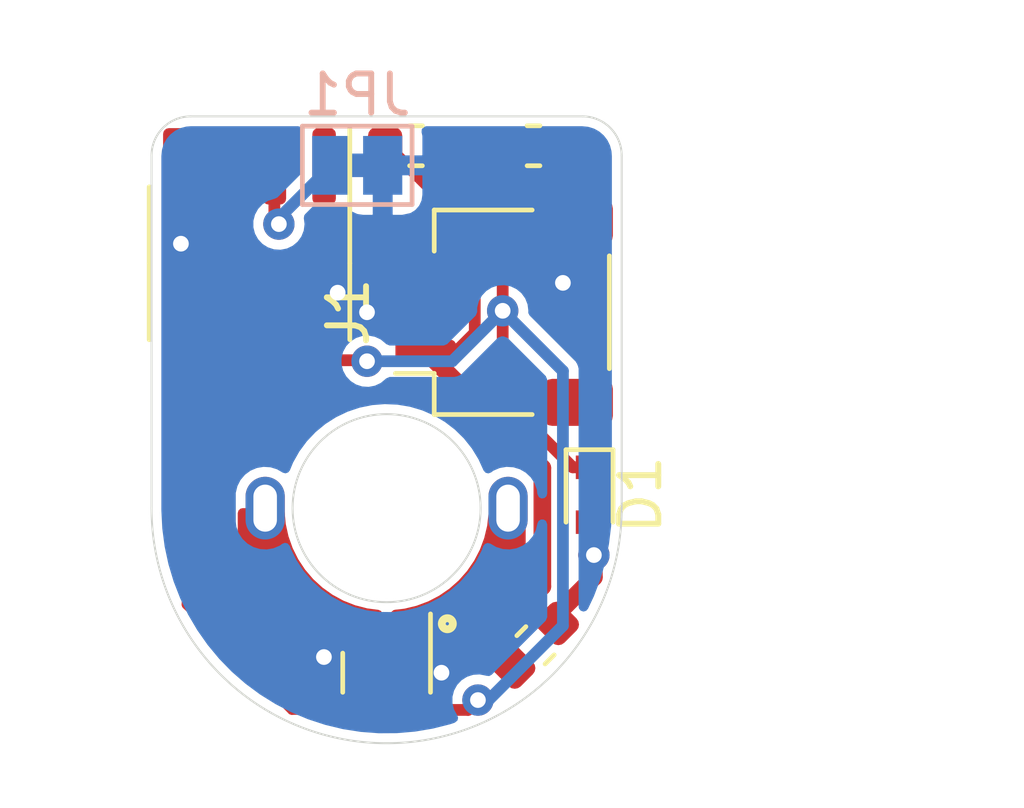
<source format=kicad_pcb>
(kicad_pcb (version 20201002) (generator pcbnew)

  (general
    (thickness 1.6)
  )

  (paper "A4")
  (layers
    (0 "F.Cu" signal)
    (31 "B.Cu" signal)
    (32 "B.Adhes" user "B.Adhesive")
    (33 "F.Adhes" user "F.Adhesive")
    (34 "B.Paste" user)
    (35 "F.Paste" user)
    (36 "B.SilkS" user "B.Silkscreen")
    (37 "F.SilkS" user "F.Silkscreen")
    (38 "B.Mask" user)
    (39 "F.Mask" user)
    (40 "Dwgs.User" user "User.Drawings")
    (41 "Cmts.User" user "User.Comments")
    (42 "Eco1.User" user "User.Eco1")
    (43 "Eco2.User" user "User.Eco2")
    (44 "Edge.Cuts" user)
    (45 "Margin" user)
    (46 "B.CrtYd" user "B.Courtyard")
    (47 "F.CrtYd" user "F.Courtyard")
    (48 "B.Fab" user)
    (49 "F.Fab" user)
  )

  (setup
    (stackup
      (layer "F.SilkS" (type "Top Silk Screen"))
      (layer "F.Paste" (type "Top Solder Paste"))
      (layer "F.Mask" (type "Top Solder Mask") (color "Green") (thickness 0.01))
      (layer "F.Cu" (type "copper") (thickness 0.035))
      (layer "dielectric 1" (type "core") (thickness 1.51) (material "FR4") (epsilon_r 4.5) (loss_tangent 0.02))
      (layer "B.Cu" (type "copper") (thickness 0.035))
      (layer "B.Mask" (type "Bottom Solder Mask") (color "Green") (thickness 0.01))
      (layer "B.Paste" (type "Bottom Solder Paste"))
      (layer "B.SilkS" (type "Bottom Silk Screen"))
      (copper_finish "None")
      (dielectric_constraints no)
    )
    (aux_axis_origin 160 120)
    (pcbplotparams
      (layerselection 0x00010fc_ffffffff)
      (usegerberextensions false)
      (usegerberattributes true)
      (usegerberadvancedattributes true)
      (creategerberjobfile true)
      (svguseinch false)
      (svgprecision 6)
      (excludeedgelayer true)
      (linewidth 0.100000)
      (plotframeref false)
      (viasonmask false)
      (mode 1)
      (useauxorigin false)
      (hpglpennumber 1)
      (hpglpenspeed 20)
      (hpglpendiameter 15.000000)
      (psnegative false)
      (psa4output false)
      (plotreference true)
      (plotvalue true)
      (plotinvisibletext false)
      (sketchpadsonfab false)
      (subtractmaskfromsilk false)
      (outputformat 1)
      (mirror false)
      (drillshape 1)
      (scaleselection 1)
      (outputdirectory "")
    )
  )


  (net 0 "")
  (net 1 "GND")
  (net 2 "VBAT")
  (net 3 "/VLOGIC")
  (net 4 "PWMIN")
  (net 5 "/MOTORF")
  (net 6 "/MOTORR")
  (net 7 "Net-(U2-Pad3)")
  (net 8 "Net-(U2-Pad1)")
  (net 9 "Net-(J2-Pad1)")
  (net 10 "Net-(J3-Pad1)")
  (net 11 "/CONFIG1")

  (module "Resistor_SMD:R_0603_1608Metric" (layer "F.Cu") (tedit 5B301BBD) (tstamp 0837bc93-b835-4ffb-9e1e-37040c05d8c9)
    (at 160.75 110.75)
    (descr "Resistor SMD 0603 (1608 Metric), square (rectangular) end terminal, IPC_7351 nominal, (Body size source: http://www.tortai-tech.com/upload/download/2011102023233369053.pdf), generated with kicad-footprint-generator")
    (tags "resistor")
    (property "LCSC" "C23138")
    (property "Sheet file" "/home/mark/personal/robotbits/motorback_l/motorback_l.kicad_sch")
    (property "Sheet name" "")
    (path "/9cc6cd08-466f-41e4-abbd-755cc6de3162")
    (attr smd)
    (fp_text reference "R1" (at 0 -1.43) (layer "F.SilkS") hide
      (effects (font (size 1 1) (thickness 0.15)))
      (tstamp 3c089296-af52-48f2-9181-c8f2c67304fc)
    )
    (fp_text value "330R" (at 0 1.43) (layer "F.Fab")
      (effects (font (size 1 1) (thickness 0.15)))
      (tstamp 6d6e9aae-be81-4d27-956f-7886a6e60197)
    )
    (fp_text user "${REFERENCE}" (at 0 0) (layer "F.Fab") hide
      (effects (font (size 0.4 0.4) (thickness 0.06)))
      (tstamp 8cf2905e-b562-43b3-8e8c-d9c8c7fb6686)
    )
    (fp_line (start -0.162779 0.51) (end 0.162779 0.51) (layer "F.SilkS") (width 0.12) (tstamp a49924ec-56ea-4f1d-92d8-b4bad6349eba))
    (fp_line (start -0.162779 -0.51) (end 0.162779 -0.51) (layer "F.SilkS") (width 0.12) (tstamp c93bb43f-694e-4ab6-a3ad-085cf1564d4e))
    (fp_line (start 1.48 0.73) (end -1.48 0.73) (layer "F.CrtYd") (width 0.05) (tstamp 1804fd64-f874-4d10-b70a-cfae7eca218f))
    (fp_line (start -1.48 0.73) (end -1.48 -0.73) (layer "F.CrtYd") (width 0.05) (tstamp 871c0ac2-e01b-4540-9f76-483087887dda))
    (fp_line (start -1.48 -0.73) (end 1.48 -0.73) (layer "F.CrtYd") (width 0.05) (tstamp d5782a9d-75fb-4044-8302-563dcea571ed))
    (fp_line (start 1.48 -0.73) (end 1.48 0.73) (layer "F.CrtYd") (width 0.05) (tstamp dc19914f-61f1-4887-9d0f-bd470ad5c2b1))
    (fp_line (start -0.8 0.4) (end -0.8 -0.4) (layer "F.Fab") (width 0.1) (tstamp 0627a5bc-0ec4-4442-a158-8ae1345dba17))
    (fp_line (start 0.8 0.4) (end -0.8 0.4) (layer "F.Fab") (width 0.1) (tstamp 2a68b2ab-120b-483c-b7c9-3304a142adf5))
    (fp_line (start 0.8 -0.4) (end 0.8 0.4) (layer "F.Fab") (width 0.1) (tstamp 3002e419-063b-4159-8577-9f673477d9d8))
    (fp_line (start -0.8 -0.4) (end 0.8 -0.4) (layer "F.Fab") (width 0.1) (tstamp 5bd7a1ee-c107-43b6-bd06-9629c0d45c67))
    (pad "1" smd roundrect (at -0.7875 0) (size 0.875 0.95) (layers "F.Cu" "F.Paste" "F.Mask") (roundrect_rratio 0.25)
      (net 2 "VBAT") (tstamp 6a6da766-9614-45d4-976b-f031ea36f0f8))
    (pad "2" smd roundrect (at 0.7875 0) (size 0.875 0.95) (layers "F.Cu" "F.Paste" "F.Mask") (roundrect_rratio 0.25)
      (net 3 "/VLOGIC") (tstamp ce02601c-9c40-40f5-a5a0-cc7fc40c5d90))
    (model "${KISYS3DMOD}/Resistor_SMD.3dshapes/R_0603_1608Metric.wrl"
      (offset (xyz 0 0 0))
      (scale (xyz 1 1 1))
      (rotate (xyz 0 0 0))
    )
  )

  (module "Capacitor_SMD:C_0603_1608Metric" (layer "F.Cu") (tedit 5B301BBE) (tstamp 1aaca8fd-9c61-41f5-a5c5-9b47a9117f7e)
    (at 163.75 110.75)
    (descr "Capacitor SMD 0603 (1608 Metric), square (rectangular) end terminal, IPC_7351 nominal, (Body size source: http://www.tortai-tech.com/upload/download/2011102023233369053.pdf), generated with kicad-footprint-generator")
    (tags "capacitor")
    (property "LCSC" "C14663")
    (property "Sheet file" "/home/mark/personal/robotbits/motorback_l/motorback_l.kicad_sch")
    (property "Sheet name" "")
    (path "/bdc2c7e3-fd56-42e5-a4c4-3ab64da23c0d")
    (attr smd)
    (fp_text reference "C2" (at 0 -1.43) (layer "F.SilkS") hide
      (effects (font (size 1 1) (thickness 0.15)))
      (tstamp 9f93956d-fa10-4b36-8224-96324ac0658a)
    )
    (fp_text value "0.1uf" (at 0 1.43) (layer "F.Fab")
      (effects (font (size 1 1) (thickness 0.15)))
      (tstamp 088cc075-92ca-4867-a00a-e1bf80488593)
    )
    (fp_text user "${REFERENCE}" (at 0 0) (layer "F.Fab") hide
      (effects (font (size 0.4 0.4) (thickness 0.06)))
      (tstamp 6365b0d7-270b-40eb-8b0d-f118b73c53ff)
    )
    (fp_line (start -0.162779 0.51) (end 0.162779 0.51) (layer "F.SilkS") (width 0.12) (tstamp 29ff9945-c498-4c3e-a53d-cc48eb1918a9))
    (fp_line (start -0.162779 -0.51) (end 0.162779 -0.51) (layer "F.SilkS") (width 0.12) (tstamp 488def14-7864-4964-bf4b-932465ea3968))
    (fp_line (start -1.48 -0.73) (end 1.48 -0.73) (layer "F.CrtYd") (width 0.05) (tstamp 05ae2598-6db0-4648-828d-23ebc3534332))
    (fp_line (start 1.48 0.73) (end -1.48 0.73) (layer "F.CrtYd") (width 0.05) (tstamp 4d349212-f76f-4b00-b18a-0bb9492066ce))
    (fp_line (start 1.48 -0.73) (end 1.48 0.73) (layer "F.CrtYd") (width 0.05) (tstamp a416e9d0-9c77-49a1-91a8-1d4714e80863))
    (fp_line (start -1.48 0.73) (end -1.48 -0.73) (layer "F.CrtYd") (width 0.05) (tstamp b8641989-e2ad-4b89-a93b-89f68b3dc207))
    (fp_line (start 0.8 -0.4) (end 0.8 0.4) (layer "F.Fab") (width 0.1) (tstamp 31886722-1de9-4364-997f-075169ef331f))
    (fp_line (start 0.8 0.4) (end -0.8 0.4) (layer "F.Fab") (width 0.1) (tstamp 6a494aae-75ae-47e3-9292-6bc2e08d3bf0))
    (fp_line (start -0.8 0.4) (end -0.8 -0.4) (layer "F.Fab") (width 0.1) (tstamp 7ebc1c67-6810-4fd9-b12a-52eba6df996a))
    (fp_line (start -0.8 -0.4) (end 0.8 -0.4) (layer "F.Fab") (width 0.1) (tstamp 916fbd3c-05c5-4322-9495-06450420643c))
    (pad "1" smd roundrect (at -0.7875 0) (size 0.875 0.95) (layers "F.Cu" "F.Paste" "F.Mask") (roundrect_rratio 0.25)
      (net 3 "/VLOGIC") (tstamp 35a527d6-5b5e-4ad4-9729-095378404ae2))
    (pad "2" smd roundrect (at 0.7875 0) (size 0.875 0.95) (layers "F.Cu" "F.Paste" "F.Mask") (roundrect_rratio 0.25)
      (net 1 "GND") (tstamp 2c813575-3fdd-49d0-86d2-ff3b34688479))
    (model "${KISYS3DMOD}/Capacitor_SMD.3dshapes/C_0603_1608Metric.wrl"
      (offset (xyz 0 0 0))
      (scale (xyz 1 1 1))
      (rotate (xyz 0 0 0))
    )
  )

  (module "Connector_JST:JST_SH_SM03B-SRSS-TB_1x03-1MP_P1.00mm_Horizontal" (layer "F.Cu") (tedit 5B78AD87) (tstamp 21d05c40-6e8a-4f5e-8e5f-eab0d0d0de33)
    (at 163 115 90)
    (descr "JST SH series connector, SM03B-SRSS-TB (http://www.jst-mfg.com/product/pdf/eng/eSH.pdf), generated with kicad-footprint-generator")
    (tags "connector JST SH top entry")
    (property "Sheet file" "/home/mark/personal/robotbits/motorback_l/motorback_l.kicad_sch")
    (property "Sheet name" "")
    (path "/467fc087-e364-41e4-9a8a-5961f20f29a6")
    (attr smd)
    (fp_text reference "J1" (at 0 -3.98 270) (layer "F.SilkS")
      (effects (font (size 1 1) (thickness 0.15)))
      (tstamp 18745996-5f3b-47f2-ba3f-a8d04d57df21)
    )
    (fp_text value "Conn_01x03_Male" (at 0 3.98 270) (layer "F.Fab")
      (effects (font (size 1 1) (thickness 0.15)))
      (tstamp af68b03f-7200-46fb-b07d-42bb81bbd7c9)
    )
    (fp_text user "${REFERENCE}" (at 0 0 270) (layer "F.Fab")
      (effects (font (size 1 1) (thickness 0.15)))
      (tstamp 02a2d7ec-6497-4a81-8185-566c8ebaa5b2)
    )
    (fp_line (start 2.61 -1.785) (end 1.56 -1.785) (layer "F.SilkS") (width 0.12) (tstamp 595f2af2-38ba-4295-be6d-2d1b0518356b))
    (fp_line (start -2.61 -1.785) (end -1.56 -1.785) (layer "F.SilkS") (width 0.12) (tstamp 5caf1aa1-2ec1-4174-966f-c2e7257290b7))
    (fp_line (start -1.56 -1.785) (end -1.56 -2.775) (layer "F.SilkS") (width 0.12) (tstamp 667d9015-f893-45c0-9385-151bdc56701b))
    (fp_line (start -2.61 0.715) (end -2.61 -1.785) (layer "F.SilkS") (width 0.12) (tstamp 79a31f1b-a67b-42c2-8af4-c2ca559fd317))
    (fp_line (start -1.44 2.685) (end 1.44 2.685) (layer "F.SilkS") (width 0.12) (tstamp 9cfe585f-a42f-447d-aab4-9727bdc84b5d))
    (fp_line (start 2.61 0.715) (end 2.61 -1.785) (layer "F.SilkS") (width 0.12) (tstamp e2dab7ed-495a-4880-beec-1ea4dee9823a))
    (fp_line (start -3.4 -3.28) (end -3.4 3.28) (layer "F.CrtYd") (width 0.05) (tstamp 1cd726b0-888e-4939-822c-c4483744d566))
    (fp_line (start 3.4 3.28) (end 3.4 -3.28) (layer "F.CrtYd") (width 0.05) (tstamp 5a68ba8e-e78e-4491-9728-aa285eac281d))
    (fp_line (start 3.4 -3.28) (end -3.4 -3.28) (layer "F.CrtYd") (width 0.05) (tstamp b50e7a27-af7b-4a24-9e98-9ef0fc29e50e))
    (fp_line (start -3.4 3.28) (end 3.4 3.28) (layer "F.CrtYd") (width 0.05) (tstamp ee620ee4-7a04-4a11-b1e2-2bacf36c5179))
    (fp_line (start 2.5 -1.675) (end 2.5 2.575) (layer "F.Fab") (width 0.1) (tstamp 14d396f7-6e34-4926-87c2-bc2f05ac9e02))
    (fp_line (start -2.5 -1.675) (end -2.5 2.575) (layer "F.Fab") (width 0.1) (tstamp 29ccde77-4f31-4745-bf83-a79b15c89b10))
    (fp_line (start -2.5 -1.675) (end 2.5 -1.675) (layer "F.Fab") (width 0.1) (tstamp 5027c578-464d-486b-8184-7eade83fe21a))
    (fp_line (start -1 -0.967893) (end -0.5 -1.675) (layer "F.Fab") (width 0.1) (tstamp 64da75d6-ab36-4159-a89c-fc7c2a6d4950))
    (fp_line (start -1.5 -1.675) (end -1 -0.967893) (layer "F.Fab") (width 0.1) (tstamp bfc475c5-0177-4a3f-b0d3-013218068a4f))
    (fp_line (start -2.5 2.575) (end 2.5 2.575) (layer "F.Fab") (width 0.1) (tstamp ee3cb738-12d1-4111-9a76-23e794295eae))
    (pad "1" smd roundrect (at -1 -2 90) (size 0.6 1.55) (layers "F.Cu" "F.Paste" "F.Mask") (roundrect_rratio 0.25)
      (net 2 "VBAT") (pinfunction "Pin_1") (tstamp 1fcaaa95-e50e-4dd9-be51-c0ceb2b84ebe))
    (pad "2" smd roundrect (at 0 -2 90) (size 0.6 1.55) (layers "F.Cu" "F.Paste" "F.Mask") (roundrect_rratio 0.25)
      (net 1 "GND") (pinfunction "Pin_2") (tstamp 04b961f3-70c9-47c8-8b1a-236ca2a4f7b7))
    (pad "3" smd roundrect (at 1 -2 90) (size 0.6 1.55) (layers "F.Cu" "F.Paste" "F.Mask") (roundrect_rratio 0.25)
      (net 4 "PWMIN") (pinfunction "Pin_3") (tstamp 7c50bd6d-bafd-4cbb-846c-55e218015bfb))
    (pad "MP" smd roundrect (at 2.3 1.875 90) (size 1.2 1.8) (layers "F.Cu" "F.Paste" "F.Mask") (roundrect_rratio 0.208333) (tstamp 3f20b69c-cdac-449e-95f1-1e7eeba54ed2))
    (pad "MP" smd roundrect (at -2.3 1.875 90) (size 1.2 1.8) (layers "F.Cu" "F.Paste" "F.Mask") (roundrect_rratio 0.208333) (tstamp 722f56ab-703f-4398-9e9e-2eb0f4441556))
    (model "${KISYS3DMOD}/Connector_JST.3dshapes/JST_SH_SM03B-SRSS-TB_1x03-1MP_P1.00mm_Horizontal.wrl"
      (offset (xyz 0 0 0))
      (scale (xyz 1 1 1))
      (rotate (xyz 0 0 0))
    )
  )

  (module "motorback:drv8837_custom" (layer "F.Cu") (tedit 5EC2AC86) (tstamp 46c2c934-bcb8-4d74-bc54-1d6c18a55117)
    (at 160 124.2 -90)
    (descr "8-Lead Plastic WSON, 2x2mm Body, 0.5mm Pitch, WSON-8, http://www.ti.com/lit/ds/symlink/lm27761.pdf")
    (tags "WSON 8 1EP")
    (property "LCSC" "C39159")
    (property "Sheet file" "/home/mark/personal/robotbits/motorback_l/motorback_l.kicad_sch")
    (property "Sheet name" "")
    (path "/17f044cf-d669-4296-9d52-0d1ba68a5a56")
    (attr smd)
    (fp_text reference "U1" (at 0.38 -1.9 90) (layer "F.SilkS") hide
      (effects (font (size 1 1) (thickness 0.15)))
      (tstamp 266e3c5d-4b47-4479-aa34-54fab28fc3bb)
    )
    (fp_text value "DRV8837" (at 0.01 2.14 90) (layer "F.Fab")
      (effects (font (size 1 1) (thickness 0.15)))
      (tstamp 33b0ce37-1a1e-4996-895a-c0faaab0c18f)
    )
    (fp_text user "${REFERENCE}" (at 0 0 90) (layer "F.Fab") hide
      (effects (font (size 0.7 0.7) (thickness 0.1)))
      (tstamp 83492d61-9a79-468d-b627-bd74a3f9fc4d)
    )
    (fp_line (start 0.5 1.12) (end -0.5 1.12) (layer "F.SilkS") (width 0.12) (tstamp 8e6bd4a2-6373-4cde-8881-322fe968fb4e))
    (fp_line (start -1.5 -1.12) (end 0.5 -1.12) (layer "F.SilkS") (width 0.12) (tstamp cf18902d-05e4-4aed-a52a-f1b8cc84edd5))
    (fp_line (start 1.6 -1.25) (end 1.6 1.25) (layer "F.CrtYd") (width 0.05) (tstamp 44936b05-7283-4aea-868c-857a8dc9f47f))
    (fp_line (start -1.6 1.25) (end 1.6 1.25) (layer "F.CrtYd") (width 0.05) (tstamp 8837412f-fac9-4c31-ae77-a834ecb71b1b))
    (fp_line (start -1.6 -1.25) (end 1.6 -1.25) (layer "F.CrtYd") (width 0.05) (tstamp 910f5ce1-2a12-4b12-8b75-1a6dcf07e71d))
    (fp_line (start -1.6 -1.25) (end -1.6 1.25) (layer "F.CrtYd") (width 0.05) (tstamp d74f0e96-4364-4996-8e84-6f5c64dfd969))
    (fp_line (start -1 1) (end -1 -0.5) (layer "F.Fab") (width 0.1) (tstamp 1adf4630-b6dc-4887-be0c-305c75fe95a3))
    (fp_line (start 1 -1) (end 1 1) (layer "F.Fab") (width 0.1) (tstamp 8f00d7a7-50b7-41ac-b516-c4f664b2b614))
    (fp_line (start 1 1) (end -1 1) (layer "F.Fab") (width 0.1) (tstamp 8ffb28f5-601f-48c9-84f0-65ed8c112ec6))
    (fp_line (start -0.5 -1) (end -1 -0.5) (layer "F.Fab") (width 0.1) (tstamp c2d21fff-c3ab-47fb-8b45-f2cf97aa588a))
    (fp_line (start -0.5 -1) (end 1 -1) (layer "F.Fab") (width 0.1) (tstamp d121db74-847e-41ce-9183-fa0978fec1a7))
    (pad "" smd rect (at 0 -0.4 270) (size 0.75 0.65) (layers "F.Paste") (tstamp 773a2d42-e24a-40a7-8349-e158b5e70dd9))
    (pad "1" smd rect (at -0.95 -0.75 270) (size 0.5 0.25) (layers "F.Cu" "F.Paste" "F.Mask")
      (net 2 "VBAT") (pinfunction "VM") (tstamp 92b74991-0fb0-4cd7-b967-e41cb1c80fda))
    (pad "2" smd rect (at -0.95 -0.25 270) (size 0.5 0.25) (layers "F.Cu" "F.Paste" "F.Mask")
      (net 9 "Net-(J2-Pad1)") (pinfunction "OUT1") (tstamp 6a24eef3-6815-472c-a3de-9ad018837d4e))
    (pad "3" smd rect (at -0.95 0.25 270) (size 0.5 0.25) (layers "F.Cu" "F.Paste" "F.Mask")
      (net 10 "Net-(J3-Pad1)") (pinfunction "OUT2") (tstamp 5a031d4b-a180-4742-ba56-6408e7b09013))
    (pad "4" smd rect (at -0.95 0.75 270) (size 0.5 0.25) (layers "F.Cu" "F.Paste" "F.Mask")
      (net 1 "GND") (pinfunction "GND") (tstamp bec7d34a-8110-48ec-beb2-24a1e35942b5))
    (pad "5" smd rect (at 0.95 0.75 270) (size 0.5 0.25) (layers "F.Cu" "F.Paste" "F.Mask")
      (net 5 "/MOTORF") (pinfunction "IN2") (tstamp c24ab6f5-a165-425b-bb97-2d48decaa5bd))
    (pad "6" smd rect (at 0.95 0.25 270) (size 0.5 0.25) (layers "F.Cu" "F.Paste" "F.Mask")
      (net 6 "/MOTORR") (pinfunction "IN1") (tstamp af97eee5-b5c2-469e-a468-602de9487355))
    (pad "7" smd rect (at 0.95 -0.25 270) (size 0.5 0.25) (layers "F.Cu" "F.Paste" "F.Mask")
      (net 3 "/VLOGIC") (pinfunction "~SLEEP") (tstamp 9d34ee26-7d35-488e-b452-e65fac08972a))
    (pad "8" smd rect (at 0.95 -0.75 270) (size 0.5 0.25) (layers "F.Cu" "F.Paste" "F.Mask")
      (net 3 "/VLOGIC") (pinfunction "VCC") (tstamp b208bf1f-9d63-4d3e-ac5c-28a08dc7341a))
    (pad "9" smd rect (at 0 -0.4 270) (size 0.9 0.8) (layers "F.Cu" "F.Mask")
      (net 1 "GND") (pinfunction "GND") (tstamp 5eb2860a-5283-49d2-95a7-580e82956e91))
    (model "${KISYS3DMOD}/Package_SON.3dshapes/WSON-8-1EP_2x2mm_P0.5mm_EP0.9x1.6mm.wrl"
      (offset (xyz 0 0 0))
      (scale (xyz 1 1 1))
      (rotate (xyz 0 0 0))
    )
  )

  (module "motorback:motorpad" (layer "F.Cu") (tedit 5EC2ADAF) (tstamp 5757330f-6786-4d16-99b2-e161ad422bd7)
    (at 156.9 120)
    (property "Sheet file" "/home/mark/personal/robotbits/motorback_l/motorback_l.kicad_sch")
    (property "Sheet name" "")
    (path "/eec7e38a-e3b3-447a-ba37-6ee91030c0fe")
    (attr through_hole)
    (fp_text reference "J3" (at 0 -0.5 unlocked) (layer "F.SilkS") hide
      (effects (font (size 1 1) (thickness 0.15)))
      (tstamp c59849dc-390c-4b90-8892-6a4073c2298e)
    )
    (fp_text value "Conn_01x01_Male" (at 0 1 unlocked) (layer "F.Fab")
      (effects (font (size 1 1) (thickness 0.15)))
      (tstamp ae587596-ef57-413f-8473-6f71fdd8895a)
    )
    (fp_text user "${REFERENCE}" (at 0 2.5 unlocked) (layer "F.Fab") hide
      (effects (font (size 1 1) (thickness 0.15)))
      (tstamp 68a1f7f9-5e5d-4d99-9356-743961231510)
    )
    (pad "1" thru_hole oval (at 0 0) (size 1 1.6) (drill oval 0.6 1.2) (layers *.Cu *.Mask)
      (net 10 "Net-(J3-Pad1)") (pinfunction "Pin_1") (tstamp 3a0b5ab8-efff-4f03-8fbf-b7487a8247ac))
  )

  (module "Package_SO:SOIC-8_3.9x4.9mm_P1.27mm" (layer "F.Cu") (tedit 5D9F72B1) (tstamp 63ed5033-948a-452e-9835-49e6ec1af486)
    (at 156.5 113.75 -90)
    (descr "SOIC, 8 Pin (JEDEC MS-012AA, https://www.analog.com/media/en/package-pcb-resources/package/pkg_pdf/soic_narrow-r/r_8.pdf), generated with kicad-footprint-generator ipc_gullwing_generator.py")
    (tags "SOIC SO")
    (property "LCSC" "C40382")
    (property "Sheet file" "/home/mark/personal/robotbits/motorback_l/motorback_l.kicad_sch")
    (property "Sheet name" "")
    (path "/b27661b9-3bfb-4ac3-8d24-bfaa37326f5c")
    (attr smd)
    (fp_text reference "U2" (at 0 -3.4 90) (layer "F.SilkS") hide
      (effects (font (size 1 1) (thickness 0.15)))
      (tstamp 62f62ea2-d99c-4b00-b808-bc8fb75f9d5b)
    )
    (fp_text value "ATtiny13V-10SSU" (at 0 3.4 90) (layer "F.Fab")
      (effects (font (size 1 1) (thickness 0.15)))
      (tstamp 1620c123-753c-48a4-a814-781653f09248)
    )
    (fp_text user "${REFERENCE}" (at 0 0 90) (layer "F.Fab") hide
      (effects (font (size 0.98 0.98) (thickness 0.15)))
      (tstamp 86e922a1-a680-4ca3-b264-ebf8b4a99c6f)
    )
    (fp_line (start 0 -2.56) (end 1.95 -2.56) (layer "F.SilkS") (width 0.12) (tstamp 601dd14f-f420-45ca-b0c1-fdff529ec779))
    (fp_line (start 0 2.56) (end 1.95 2.56) (layer "F.SilkS") (width 0.12) (tstamp 8e4f225f-faf5-4f4d-ad31-18d3e2effa75))
    (fp_line (start 0 -2.56) (end -3.45 -2.56) (layer "F.SilkS") (width 0.12) (tstamp 9fae9175-8e3b-4993-8793-2a356492e394))
    (fp_line (start 0 2.56) (end -1.95 2.56) (layer "F.SilkS") (width 0.12) (tstamp dd19f18a-7341-4351-b0ef-9ee0fd47a7a8))
    (fp_line (start 3.7 -2.7) (end -3.7 -2.7) (layer "F.CrtYd") (width 0.05) (tstamp 090d240c-5cd9-4533-a96e-71736e01c536))
    (fp_line (start -3.7 -2.7) (end -3.7 2.7) (layer "F.CrtYd") (width 0.05) (tstamp 3daf9352-83a9-4dcf-af8e-035a0871ee29))
    (fp_line (start -3.7 2.7) (end 3.7 2.7) (layer "F.CrtYd") (width 0.05) (tstamp 57bffa6a-6d22-466f-9d48-d3282daaa830))
    (fp_line (start 3.7 2.7) (end 3.7 -2.7) (layer "F.CrtYd") (width 0.05) (tstamp 9e5ce933-8a86-491e-91b8-741e0d6c4178))
    (fp_line (start -1.95 2.45) (end -1.95 -1.475) (layer "F.Fab") (width 0.1) (tstamp 053517a0-cae7-48db-b1c7-c13956d44210))
    (fp_line (start -0.975 -2.45) (end 1.95 -2.45) (layer "F.Fab") (width 0.1) (tstamp 6a873d3c-9c39-4216-8051-daa393563a24))
    (fp_line (start 1.95 2.45) (end -1.95 2.45) (layer "F.Fab") (width 0.1) (tstamp 98a9a283-df5a-48d5-bcc1-59825799d45b))
    (fp_line (start 1.95 -2.45) (end 1.95 2.45) (layer "F.Fab") (width 0.1) (tstamp d3187d0a-a0ce-4360-9267-8e4353b6cf31))
    (fp_line (start -1.95 -1.475) (end -0.975 -2.45) (layer "F.Fab") (width 0.1) (tstamp e7e6df88-9431-4f7a-bac8-6af3879b1881))
    (pad "1" smd roundrect (at -2.475 -1.905 270) (size 1.95 0.6) (layers "F.Cu" "F.Paste" "F.Mask") (roundrect_rratio 0.25)
      (net 8 "Net-(U2-Pad1)") (pinfunction "~RESET~/PB5") (tstamp cb97b330-57de-432a-9404-da51d2904909))
    (pad "2" smd roundrect (at -2.475 -0.635 270) (size 1.95 0.6) (layers "F.Cu" "F.Paste" "F.Mask") (roundrect_rratio 0.25)
      (net 11 "/CONFIG1") (pinfunction "PB3") (tstamp 9c8dd765-1ec2-4522-9b67-0bfa704da938))
    (pad "3" smd roundrect (at -2.475 0.635 270) (size 1.95 0.6) (layers "F.Cu" "F.Paste" "F.Mask") (roundrect_rratio 0.25)
      (net 7 "Net-(U2-Pad3)") (pinfunction "PB4") (tstamp a0553026-6daa-442d-95cf-8232e7ba8d5b))
    (pad "4" smd roundrect (at -2.475 1.905 270) (size 1.95 0.6) (layers "F.Cu" "F.Paste" "F.Mask") (roundrect_rratio 0.25)
      (net 1 "GND") (pinfunction "GND") (tstamp 7d83c23e-30f7-4614-8ee4-aa16efda3088))
    (pad "5" smd roundrect (at 2.475 1.905 270) (size 1.95 0.6) (layers "F.Cu" "F.Paste" "F.Mask") (roundrect_rratio 0.25)
      (net 5 "/MOTORF") (pinfunction "PB0") (tstamp 55e251da-eade-4e3d-9894-293dce4e30e2))
    (pad "6" smd roundrect (at 2.475 0.635 270) (size 1.95 0.6) (layers "F.Cu" "F.Paste" "F.Mask") (roundrect_rratio 0.25)
      (net 6 "/MOTORR") (pinfunction "PB1") (tstamp a876be0b-1af7-48c4-b782-dd2848e47ac3))
    (pad "7" smd roundrect (at 2.475 -0.635 270) (size 1.95 0.6) (layers "F.Cu" "F.Paste" "F.Mask") (roundrect_rratio 0.25)
      (net 4 "PWMIN") (pinfunction "PB2") (tstamp b25cbf6c-0627-4780-9291-3ff54d9113bc))
    (pad "8" smd roundrect (at 2.475 -1.905 270) (size 1.95 0.6) (layers "F.Cu" "F.Paste" "F.Mask") (roundrect_rratio 0.25)
      (net 3 "/VLOGIC") (pinfunction "VCC") (tstamp 43a9a7d5-98da-4782-a4b9-f73f930312cf))
    (model "${KISYS3DMOD}/Package_SO.3dshapes/SOIC-8_3.9x4.9mm_P1.27mm.wrl"
      (offset (xyz 0 0 0))
      (scale (xyz 1 1 1))
      (rotate (xyz 0 0 0))
    )
  )

  (module "Capacitor_SMD:C_0603_1608Metric" (layer "F.Cu") (tedit 5B301BBE) (tstamp 7a1782d8-229f-4665-826f-c4face17b15b)
    (at 163.8 123.5 45)
    (descr "Capacitor SMD 0603 (1608 Metric), square (rectangular) end terminal, IPC_7351 nominal, (Body size source: http://www.tortai-tech.com/upload/download/2011102023233369053.pdf), generated with kicad-footprint-generator")
    (tags "capacitor")
    (property "LCSC" "C19702")
    (property "Sheet file" "/home/mark/personal/robotbits/motorback_l/motorback_l.kicad_sch")
    (property "Sheet name" "")
    (path "/683c8261-48e8-459e-958c-c087073a54de")
    (attr smd)
    (fp_text reference "C1" (at 0 -1.43 45) (layer "F.SilkS") hide
      (effects (font (size 1 1) (thickness 0.15)))
      (tstamp 708d4a4e-8dfb-4836-9fc5-4840c99db947)
    )
    (fp_text value "10uF" (at 0 1.43 45) (layer "F.Fab")
      (effects (font (size 1 1) (thickness 0.15)))
      (tstamp 20bdb448-80fd-4ed2-aebb-998461f3e0ee)
    )
    (fp_text user "${REFERENCE}" (at 0 0 45) (layer "F.Fab") hide
      (effects (font (size 0.4 0.4) (thickness 0.06)))
      (tstamp 0011ca83-b7f2-40ef-a852-3a9b2776265b)
    )
    (fp_line (start -0.162779 -0.51) (end 0.162779 -0.51) (layer "F.SilkS") (width 0.12) (tstamp 695f5d47-2f2e-4858-8668-03421a81cb87))
    (fp_line (start -0.162779 0.51) (end 0.162779 0.51) (layer "F.SilkS") (width 0.12) (tstamp a7ba058c-b0f8-41df-9dae-28176f33353a))
    (fp_line (start 1.48 -0.73) (end 1.48 0.73) (layer "F.CrtYd") (width 0.05) (tstamp 35463a3e-3daf-4963-91ba-eb718f565aec))
    (fp_line (start 1.48 0.73) (end -1.48 0.73) (layer "F.CrtYd") (width 0.05) (tstamp 7855641d-94c1-4335-a0f5-9b478f087dfb))
    (fp_line (start -1.48 -0.73) (end 1.48 -0.73) (layer "F.CrtYd") (width 0.05) (tstamp 7d6baa57-6b38-4b47-8c58-bac94e738084))
    (fp_line (start -1.48 0.73) (end -1.48 -0.73) (layer "F.CrtYd") (width 0.05) (tstamp bea981fe-6abc-42c3-85aa-7adc69691e52))
    (fp_line (start -0.8 -0.4) (end 0.8 -0.4) (layer "F.Fab") (width 0.1) (tstamp 059a42f1-e737-4a1f-83f6-e50f87e94623))
    (fp_line (start -0.8 0.4) (end -0.8 -0.4) (layer "F.Fab") (width 0.1) (tstamp 34310c1f-ea9c-4f9b-a5c1-0b9c6746c9d1))
    (fp_line (start 0.8 0.4) (end -0.8 0.4) (layer "F.Fab") (width 0.1) (tstamp 75a7ff47-7b1b-4acf-9a9c-03bd35fcc6ec))
    (fp_line (start 0.8 -0.4) (end 0.8 0.4) (layer "F.Fab") (width 0.1) (tstamp e8d47f74-5d9c-4011-818e-f0ca96435966))
    (pad "1" smd roundrect (at -0.7875 0 45) (size 0.875 0.95) (layers "F.Cu" "F.Paste" "F.Mask") (roundrect_rratio 0.25)
      (net 2 "VBAT") (tstamp 35a527d6-5b5e-4ad4-9729-095378404ae2))
    (pad "2" smd roundrect (at 0.7875 0 45) (size 0.875 0.95) (layers "F.Cu" "F.Paste" "F.Mask") (roundrect_rratio 0.25)
      (net 1 "GND") (tstamp 2c813575-3fdd-49d0-86d2-ff3b34688479))
    (model "${KISYS3DMOD}/Capacitor_SMD.3dshapes/C_0603_1608Metric.wrl"
      (offset (xyz 0 0 0))
      (scale (xyz 1 1 1))
      (rotate (xyz 0 0 0))
    )
  )

  (module "motorback:motorpad" (layer "F.Cu") (tedit 5EC2B000) (tstamp 835a43d2-2bca-469b-b740-b88ebfba03c6)
    (at 163 120)
    (property "Sheet file" "/home/mark/personal/robotbits/motorback_l/motorback_l.kicad_sch")
    (property "Sheet name" "")
    (path "/532399d3-003d-420e-972c-88889cc1c8f4")
    (attr through_hole)
    (fp_text reference "J2" (at 0 -0.5 unlocked) (layer "F.SilkS") hide
      (effects (font (size 1 1) (thickness 0.15)))
      (tstamp ac089cbf-5f53-4b1a-b55d-3114360d38ab)
    )
    (fp_text value "Conn_01x01_Male" (at 0 1 unlocked) (layer "F.Fab")
      (effects (font (size 1 1) (thickness 0.15)))
      (tstamp e169f3ef-c3c8-4151-b658-4b5038847434)
    )
    (fp_text user "${REFERENCE}" (at 0 2.5 unlocked) (layer "F.Fab") hide
      (effects (font (size 1 1) (thickness 0.15)))
      (tstamp 0fccb18a-dac9-43ae-8cca-be14612347c5)
    )
    (pad "1" thru_hole oval (at 0.1 0) (size 1 1.6) (drill oval 0.6 1.2) (layers *.Cu *.Mask)
      (net 9 "Net-(J2-Pad1)") (pinfunction "Pin_1") (tstamp 3a0b5ab8-efff-4f03-8fbf-b7487a8247ac))
  )

  (module "Diode_SMD:D_SOD-523" (layer "F.Cu") (tedit 586419F0) (tstamp dae61b59-abd9-405f-b354-8f4744207800)
    (at 165.179276 119.657532 -90)
    (descr "http://www.diodes.com/datasheets/ap02001.pdf p.144")
    (tags "Diode SOD523")
    (property "LCSC" "C55848")
    (property "Sheet file" "/home/mark/personal/robotbits/motorback_l/motorback_l.kicad_sch")
    (property "Sheet name" "")
    (path "/11037861-7a2a-40d1-a2e0-c5fa71459e32")
    (attr smd)
    (fp_text reference "D1" (at 0 -1.3 -90) (layer "F.SilkS")
      (effects (font (size 1 1) (thickness 0.15)))
      (tstamp 9dc22d8d-01da-444d-9614-d9efd66f0294)
    )
    (fp_text value "MM5Z5V1" (at 0 1.4 -90) (layer "F.Fab")
      (effects (font (size 1 1) (thickness 0.15)))
      (tstamp 2d118880-145d-4891-8583-1691eb0944af)
    )
    (fp_text user "${REFERENCE}" (at 0 -1.3 -90) (layer "F.Fab")
      (effects (font (size 1 1) (thickness 0.15)))
      (tstamp a40aadba-f827-4730-8ba6-7a166b7dfc40)
    )
    (fp_line (start 0.7 0.6) (end -1.15 0.6) (layer "F.SilkS") (width 0.12) (tstamp 50336a90-d7ad-4d16-8ef4-f8db264f3deb))
    (fp_line (start -1.15 -0.6) (end -1.15 0.6) (layer "F.SilkS") (width 0.12) (tstamp 5b28f42d-65c2-472d-bf2b-593231428148))
    (fp_line (start 0.7 -0.6) (end -1.15 -0.6) (layer "F.SilkS") (width 0.12) (tstamp fdf025f5-58f6-41f7-850c-72e2475a4373))
    (fp_line (start -1.25 -0.7) (end 1.25 -0.7) (layer "F.CrtYd") (width 0.05) (tstamp 5468832e-9dfd-427e-92f9-cab744fa222a))
    (fp_line (start -1.25 0.7) (end -1.25 -0.7) (layer "F.CrtYd") (width 0.05) (tstamp 9050260c-a9c4-4f35-b4f4-318a6a07c670))
    (fp_line (start 1.25 -0.7) (end 1.25 0.7) (layer "F.CrtYd") (width 0.05) (tstamp a51f0964-29be-47b5-9db8-5d7b832f3322))
    (fp_line (start 1.25 0.7) (end -1.25 0.7) (layer "F.CrtYd") (width 0.05) (tstamp dbd9d2c1-2e48-412e-80be-d8c3948dd5fc))
    (fp_line (start 0.1 0.2) (end 0.1 -0.2) (layer "F.Fab") (width 0.1) (tstamp 262d7195-ec65-4670-89aa-a426dc229943))
    (fp_line (start -0.65 0.45) (end -0.65 -0.45) (layer "F.Fab") (width 0.1) (tstamp 4d3f6509-2cdc-4096-9436-00990de7dc25))
    (fp_line (start -0.65 -0.45) (end 0.65 -0.45) (layer "F.Fab") (width 0.1) (tstamp 5ae360ff-e2e4-4720-a4af-5dbdefe00de8))
    (fp_line (start 0.65 -0.45) (end 0.65 0.45) (layer "F.Fab") (width 0.1) (tstamp 5af18805-e586-4dcd-b4ef-800cf595f746))
    (fp_line (start -0.2 0) (end 0.1 0.2) (layer "F.Fab") (width 0.1) (tstamp 848bb30a-c2d5-4575-9475-ca7cfac41b56))
    (fp_line (start 0.65 0.45) (end -0.65 0.45) (layer "F.Fab") (width 0.1) (tstamp 89e2f87a-746b-4033-b70a-ad9ba24c8e0f))
    (fp_line (start 0.1 -0.2) (end -0.2 0) (layer "F.Fab") (width 0.1) (tstamp 9cc52374-5524-4a3f-b1ee-d738cc7e3949))
    (fp_line (start -0.2 0.2) (end -0.2 -0.2) (layer "F.Fab") (width 0.1) (tstamp c24c8d9a-117b-4735-b699-7a5193c9277a))
    (fp_line (start 0.1 0) (end 0.25 0) (layer "F.Fab") (width 0.1) (tstamp da587f59-82ed-4e80-861d-f756000cb5eb))
    (fp_line (start -0.2 0) (end -0.35 0) (layer "F.Fab") (width 0.1) (tstamp eda5aeab-fff3-4073-97f5-23fd804531a2))
    (pad "1" smd rect (at -0.7 0 90) (size 0.6 0.7) (layers "F.Cu" "F.Paste" "F.Mask")
      (net 3 "/VLOGIC") (pinfunction "K") (tstamp a269a887-52d0-4f67-9bb5-1faaa26e83c6))
    (pad "2" smd rect (at 0.7 0 90) (size 0.6 0.7) (layers "F.Cu" "F.Paste" "F.Mask")
      (net 1 "GND") (pinfunction "A") (tstamp a3f75a5c-edaa-4fe0-9a3e-257f27747014))
    (model "${KISYS3DMOD}/Diode_SMD.3dshapes/D_SOD-523.wrl"
      (offset (xyz 0 0 0))
      (scale (xyz 1 1 1))
      (rotate (xyz 0 0 0))
    )
  )

  (module "Jumper:SolderJumper-2_P1.3mm_Bridged_Pad1.0x1.5mm" (layer "B.Cu") (tedit 5C756AB2) (tstamp ac340dd6-9134-4f67-9289-6cd5b7c12724)
    (at 159.25 111.25 180)
    (descr "SMD Solder Jumper, 1x1.5mm Pads, 0.3mm gap, bridged with 1 copper strip")
    (tags "solder jumper open")
    (property "Sheet file" "/home/mark/personal/robotbits/motorback_l/motorback_l.kicad_sch")
    (property "Sheet name" "")
    (path "/5dd88294-f74f-41be-a964-3cb1052dde68")
    (attr exclude_from_pos_files)
    (fp_text reference "JP1" (at 0 1.8) (layer "B.SilkS")
      (effects (font (size 1 1) (thickness 0.15)) (justify mirror))
      (tstamp 58420fcc-8590-49ef-9e12-0e3eb85f0e66)
    )
    (fp_text value "Jumper" (at 0 -1.9) (layer "B.Fab")
      (effects (font (size 1 1) (thickness 0.15)) (justify mirror))
      (tstamp 5b1ca3a9-64ca-4cb3-be72-f07bae12e399)
    )
    (fp_poly (pts (xy -0.25 0.3)
      (xy 0.25 0.3)
      (xy 0.25 -0.3)
      (xy -0.25 -0.3)) (layer "B.Cu") (width 0) (tstamp 521be161-ed77-4ce8-a187-f09d708082e6))
    (fp_line (start -1.4 1) (end 1.4 1) (layer "B.SilkS") (width 0.12) (tstamp 4fe50809-9cf6-413b-acc2-16e56e31e3f9))
    (fp_line (start 1.4 -1) (end -1.4 -1) (layer "B.SilkS") (width 0.12) (tstamp 5b237636-a959-4ef6-9a83-a1d8682e585b))
    (fp_line (start 1.4 1) (end 1.4 -1) (layer "B.SilkS") (width 0.12) (tstamp 73b227cf-1218-4beb-8513-473ae934b80b))
    (fp_line (start -1.4 -1) (end -1.4 1) (layer "B.SilkS") (width 0.12) (tstamp 965742eb-8751-4221-b114-e4bfd5970968))
    (fp_line (start -1.65 1.25) (end 1.65 1.25) (layer "B.CrtYd") (width 0.05) (tstamp 7901ae4b-2a3e-49b7-83a2-18bd1c0e3603))
    (fp_line (start -1.65 1.25) (end -1.65 -1.25) (layer "B.CrtYd") (width 0.05) (tstamp adc65e8d-a959-4d30-9411-0cbd0c6cfa8f))
    (fp_line (start 1.65 -1.25) (end -1.65 -1.25) (layer "B.CrtYd") (width 0.05) (tstamp ec2968ae-3656-4842-a159-4252e76e4e71))
    (fp_line (start 1.65 -1.25) (end 1.65 1.25) (layer "B.CrtYd") (width 0.05) (tstamp f7f71dc5-065b-4e70-9db6-81e87db905c9))
    (pad "1" smd rect (at -0.65 0 180) (size 1 1.5) (layers "B.Cu" "B.Mask")
      (net 1 "GND") (pinfunction "1") (tstamp 7164a7b1-6aa8-4c3f-8bbf-53f12ef40c7a))
    (pad "2" smd rect (at 0.65 0 180) (size 1 1.5) (layers "B.Cu" "B.Mask")
      (net 11 "/CONFIG1") (pinfunction "2") (tstamp 1b6294ea-9d1e-407b-9808-6ed100e32457))
  )

  (gr_circle (center 161.55 122.95) (end 161.691421 122.95) (layer "F.SilkS") (width 0.2) (tstamp 3174595f-632a-44ea-8cdb-2ba6eba0c819))
  (gr_circle (center 160 120) (end 166 120) (layer "Dwgs.User") (width 0.1) (tstamp 0014c81f-02be-479b-a9f9-250823d83ec0))
  (gr_circle (center 156.9 120) (end 157.1 120) (layer "Dwgs.User") (width 0.1) (tstamp 4d6bae44-46ea-48b7-ab9d-e62078e91ce7))
  (gr_circle (center 160 120) (end 162.5 120) (layer "Dwgs.User") (width 0.1) (tstamp 635ba430-75c5-4dae-a36e-4a1d4b6350cd))
  (gr_circle (center 163.1 120) (end 163.3 120) (layer "Dwgs.User") (width 0.1) (tstamp 75c3d260-32d6-4e16-87dc-022c393f1bc6))
  (gr_line (start 154 115) (end 154 111) (layer "Edge.Cuts") (width 0.05) (tstamp 0831f294-23e3-4800-bae6-3a90a2b828ce))
  (gr_arc (start 165 111) (end 166 111) (angle -90) (layer "Edge.Cuts") (width 0.05) (tstamp 182f2319-45ad-4925-ab37-9ab2ea71dde7))
  (gr_arc (start 160 120) (end 154 120) (angle -180) (layer "Edge.Cuts") (width 0.05) (tstamp 2a5b41db-f183-4412-ae66-99358b3a5b8f))
  (gr_line (start 154 120) (end 154 115) (layer "Edge.Cuts") (width 0.05) (tstamp 3cda7df5-02bf-4fbc-923a-a22745bec3ff))
  (gr_circle (center 160 120) (end 162.4 120) (layer "Edge.Cuts") (width 0.05) (tstamp 489bf2f5-148c-4b01-9ae9-18d0a1a75788))
  (gr_arc (start 155 111) (end 155 110) (angle -90) (layer "Edge.Cuts") (width 0.05) (tstamp abf9493c-41c2-4c80-9664-fad651380698))
  (gr_line (start 155 110) (end 165 110) (layer "Edge.Cuts") (width 0.05) (tstamp c159b871-50e4-4b40-981c-a4f0458afb02))
  (gr_line (start 166 120) (end 166 111) (layer "Edge.Cuts") (width 0.05) (tstamp f8cc7eb4-68a0-4d6a-9c84-f97eb0e0b77e))
  (dimension (type aligned) (layer "Dwgs.User") (tstamp 4edda9b7-ff9c-409c-98e2-85678ba82ea5)
    (pts (xy 166 126) (xy 166 110))
    (height 6.5)
    (gr_text "16.0000 mm" (at 173.65 118 90) (layer "Dwgs.User") (tstamp 4edda9b7-ff9c-409c-98e2-85678ba82ea5)
      (effects (font (size 1 1) (thickness 0.15)))
    )
    (format (units 2) (units_format 1) (precision 4))
    (style (thickness 0.1) (arrow_length 1.27) (text_position_mode 0) (extension_height 0.58642) (extension_offset 0) keep_text_aligned)
  )
  (dimension (type aligned) (layer "Dwgs.User") (tstamp bf6da2a5-474b-46e8-887c-73472ead70a7)
    (pts (xy 154 112) (xy 166 112))
    (height -2.5)
    (gr_text "12.0000 mm" (at 160 108.35) (layer "Dwgs.User") (tstamp bf6da2a5-474b-46e8-887c-73472ead70a7)
      (effects (font (size 1 1) (thickness 0.15)))
    )
    (format (units 2) (units_format 1) (precision 4))
    (style (thickness 0.1) (arrow_length 1.27) (text_position_mode 0) (extension_height 0.58642) (extension_offset 0) keep_text_aligned)
  )

  (segment (start 154.595 113.095) (end 154.75 113.25) (width 0.3) (layer "F.Cu") (net 1) (tstamp 0577f5a3-31ae-46da-bbdf-dec317f29538))
  (segment (start 165.179276 120.357532) (end 165.179276 121.08577) (width 0.45) (layer "F.Cu") (net 1) (tstamp 22b4ccb6-318b-45e5-9181-046bb32a619c))
  (segment (start 158.4 123.8) (end 159 123.8) (width 0.45) (layer "F.Cu") (net 1) (tstamp 30788d7b-c035-4772-8294-3c41e406d816))
  (segment (start 163.67499 113.42499) (end 164.5 114.25) (width 0.3) (layer "F.Cu") (net 1) (tstamp 32350c34-8e4d-49c1-9862-472a122db909))
  (segment (start 159.5 115) (end 159 114.5) (width 0.3) (layer "F.Cu") (net 1) (tstamp 410901b0-f49d-4f88-8f96-5cd3d95d9ca0))
  (segment (start 165.179276 121.08577) (end 165.290756 121.19725) (width 0.45) (layer "F.Cu") (net 1) (tstamp 502f472e-09f5-4a7e-a944-b1ef444e668a))
  (segment (start 164.3 122.753691) (end 165.290756 121.762935) (width 0.45) (layer "F.Cu") (net 1) (tstamp 5414e371-45c0-40c0-a3c6-b13af4f1a67b))
  (segment (start 159.2 123.6) (end 159.2 123.2) (width 0.45) (layer "F.Cu") (net 1) (tstamp 599757fa-311b-4bd7-a73b-ab2ec9cf935a))
  (segment (start 164.3 123) (end 164.3 122.753691) (width 0.45) (layer "F.Cu") (net 1) (tstamp 7ee572e2-2d60-46f0-9ed8-8337dd30c490))
  (segment (start 161 115) (end 159.5 115) (width 0.3) (layer "F.Cu") (net 1) (tstamp 887f3ab9-a1ed-41ca-aeda-5d37d7fab5a0))
  (segment (start 159.371044 123.8) (end 160.011261 124.440217) (width 0.45) (layer "F.Cu") (net 1) (tstamp 968cf311-1701-4c4a-bbfa-7372f2f6f7e2))
  (segment (start 154.595 111.275) (end 154.595 113.095) (width 0.3) (layer "F.Cu") (net 1) (tstamp 98ac0136-e345-4fb7-b37e-88fab5729b29))
  (segment (start 160.4 124.2) (end 161.4 124.2) (width 0.25) (layer "F.Cu") (net 1) (tstamp 99326989-9a7e-4a4e-a9e3-8d9d8f7cc7fa))
  (segment (start 164.5375 110.75) (end 163.67499 111.61251) (width 0.3) (layer "F.Cu") (net 1) (tstamp 9ae5c876-093f-46b8-aa08-81231a2762c7))
  (segment (start 159 114.5) (end 158.75 114.5) (width 0.3) (layer "F.Cu") (net 1) (tstamp b292cdaf-d367-4d47-b3d2-73a823566c32))
  (segment (start 163.67499 111.61251) (end 163.67499 113.42499) (width 0.3) (layer "F.Cu") (net 1) (tstamp b5bd31e3-799f-4aed-abf5-c6d4e893c2f2))
  (segment (start 159 123.8) (end 159.2 123.6) (width 0.45) (layer "F.Cu") (net 1) (tstamp d4fb3dc4-acf6-42ae-ac11-fd968c5e0418))
  (segment (start 165.290756 121.762935) (end 165.290756 121.19725) (width 0.45) (layer "F.Cu") (net 1) (tstamp dde1e7a0-f365-4cec-8c50-79a762de055a))
  (segment (start 159 123.8) (end 159.371044 123.8) (width 0.45) (layer "F.Cu") (net 1) (tstamp def9fb05-669a-4236-a44b-41eed5c0d979))
  (segment (start 161.159783 124.440217) (end 161.4 124.2) (width 0.45) (layer "F.Cu") (net 1) (tstamp ee3dc242-56ba-4765-9ffa-26a9e3c6e231))
  (segment (start 160.011261 124.440217) (end 161.159783 124.440217) (width 0.45) (layer "F.Cu") (net 1) (tstamp f1300d1e-8eea-444f-af26-c6ea77b2c4fc))
  (via (at 161.4 124.2) (size 0.8) (drill 0.4) (layers "F.Cu" "B.Cu") (net 1) (tstamp 289b7b0d-05cf-4c32-9615-bdadf57750f1))
  (via (at 154.75 113.25) (size 0.8) (drill 0.4) (layers "F.Cu" "B.Cu") (net 1) (tstamp 2e710d3d-e32a-4093-a8ce-117449a3462c))
  (via (at 164.5 114.25) (size 0.8) (drill 0.4) (layers "F.Cu" "B.Cu") (net 1) (tstamp 2f4fc2c5-656e-40be-96bf-ec6dcb7cbe32))
  (via (at 165.290756 121.19725) (size 0.8) (drill 0.4) (layers "F.Cu" "B.Cu") (net 1) (tstamp 420fc87b-d11f-4dad-b9d8-0a1ff3eea777))
  (via (at 159.5 115) (size 0.8) (drill 0.4) (layers "F.Cu" "B.Cu") (net 1) (tstamp 6dd14081-2a3b-4102-8daa-9844c2c191f9))
  (via (at 158.4 123.8) (size 0.8) (drill 0.4) (layers "F.Cu" "B.Cu") (net 1) (tstamp dddbf204-8fc7-4c48-a270-8cf76306e0f3))
  (via (at 158.75 114.5) (size 0.8) (drill 0.4) (layers "F.Cu" "B.Cu") (net 1) (tstamp e01f49fc-0f9d-4c28-8872-9ed90acddccc))
  (segment (start 162.25 112.981981) (end 162.25 115.525) (width 0.3) (layer "F.Cu") (net 2) (tstamp 0ddfacfc-b106-4040-a041-3be887334815))
  (segment (start 163.97501 122) (end 163.243153 122.731857) (width 0.45) (layer "F.Cu") (net 2) (tstamp 29feda81-dd25-4469-b7fb-e68c0c119e95))
  (segment (start 161.775 116) (end 161 116) (width 0.3) (layer "F.Cu") (net 2) (tstamp 478a71bb-d816-400b-a5c6-2e2ce046e48c))
  (segment (start 163.243153 124.056847) (end 162.486306 123.3) (width 0.45) (layer "F.Cu") (net 2) (tstamp 4866c134-6daa-4889-ad01-303940ea1109))
  (segment (start 163.97501 118.97501) (end 163.97501 122) (width 0.45) (layer "F.Cu") (net 2) (tstamp 4a2638d2-c428-4daa-8593-ed71a889b584))
  (segment (start 162.67501 123.3) (end 163.243153 122.731857) (width 0.45) (layer "F.Cu") (net 2) (tstamp 616c0f78-7ea7-4436-82e8-beddc0654c7d))
  (segment (start 161 116) (end 163.97501 118.97501) (width 0.45) (layer "F.Cu") (net 2) (tstamp 696f5df0-af94-428a-9508-826c5dd1cbdf))
  (segment (start 160.018019 110.75) (end 162.25 112.981981) (width 0.3) (layer "F.Cu") (net 2) (tstamp 910293de-6ffc-4a1e-97d0-de923370e8db))
  (segment (start 162.486306 123.3) (end 162.67501 123.3) (width 0.45) (layer "F.Cu") (net 2) (tstamp a25f7e13-720a-47cb-8dd4-2420f083f584))
  (segment (start 159.9625 110.75) (end 160.018019 110.75) (width 0.3) (layer "F.Cu") (net 2) (tstamp ab64e304-33a5-4dd5-bb6c-c4f40cc2b208))
  (segment (start 162.25 115.525) (end 161.775 116) (width 0.3) (layer "F.Cu") (net 2) (tstamp e9a9c8b2-12a6-489e-9faf-cbf9c19f38dd))
  (segment (start 162.486306 123.3) (end 160.8 123.3) (width 0.45) (layer "F.Cu") (net 2) (tstamp f40626ff-e280-4c19-96cc-3ab4ec1bbab6))
  (segment (start 162.9625 117.169526) (end 162.9625 114.9625) (width 0.3) (layer "F.Cu") (net 3) (tstamp 20a4d27f-d159-4671-af82-586efe80a5aa))
  (segment (start 160.75 125.15) (end 162.079288 125.15) (width 0.3) (layer "F.Cu") (net 3) (tstamp 37801531-2b77-430e-884e-1c9e5222022b))
  (segment (start 160.25 125.15) (end 160.75 125.15) (width 0.3) (layer "F.Cu") (net 3) (tstamp 4a96ff0a-720f-4d1d-9e34-fc2683b66acb))
  (segment (start 162.079288 125.15) (end 162.331064 124.898224) (width 0.3) (layer "F.Cu") (net 3) (tstamp 52c84080-7f2f-41a0-891c-7aaf906c1e40))
  (segment (start 165.179276 118.957532) (end 164.750506 118.957532) (width 0.3) (layer "F.Cu") (net 3) (tstamp a60a5b71-59d1-4b46-b258-cf9a07e869e6))
  (segment (start 161.5375 110.75) (end 162.9625 110.75) (width 0.3) (layer "F.Cu") (net 3) (tstamp b882ea18-b4e9-4d10-affe-1a842201a3ad))
  (segment (start 159.475 116.225) (end 159.5 116.25) (width 0.3) (layer "F.Cu") (net 3) (tstamp bdd7ca49-6c39-4804-b5e6-3b011e541d45))
  (segment (start 162.9625 114.9625) (end 162.9625 110.75) (width 0.3) (layer "F.Cu") (net 3) (tstamp d80c5bde-49e3-416a-8fd8-6c5b81203478))
  (segment (start 164.750506 118.957532) (end 162.9625 117.169526) (width 0.3) (layer "F.Cu") (net 3) (tstamp e7b1719f-347a-4cbd-8971-625f6674e8b3))
  (segment (start 158.405 116.225) (end 159.475 116.225) (width 0.3) (layer "F.Cu") (net 3) (tstamp f43cd981-e16a-4556-ab28-529b2bbbff9b))
  (via (at 162.331064 124.898224) (size 0.8) (drill 0.4) (layers "F.Cu" "B.Cu") (net 3) (tstamp 936b21f0-e611-40c7-860f-c1990672e768))
  (via (at 159.5 116.25) (size 0.8) (drill 0.4) (layers "F.Cu" "B.Cu") (net 3) (tstamp a2612ac9-1480-4c36-8259-b1da8cc28079))
  (via (at 162.9625 114.9625) (size 0.8) (drill 0.4) (layers "F.Cu" "B.Cu") (net 3) (tstamp b728a5fc-076e-4d8d-8c56-8eaeba25da81))
  (segment (start 164.5 123) (end 162.601776 124.898224) (width 0.3) (layer "B.Cu") (net 3) (tstamp 3dfa0d27-ed6b-4031-9623-2ec42a11aeac))
  (segment (start 162.601776 124.898224) (end 162.331064 124.898224) (width 0.3) (layer "B.Cu") (net 3) (tstamp 7d4366dc-315c-4cfb-b438-c811e701a4d2))
  (segment (start 159.5 116.25) (end 161.675 116.25) (width 0.3) (layer "B.Cu") (net 3) (tstamp 838c4a59-6dd6-4027-b573-333cdf6e3466))
  (segment (start 164.5 116.5) (end 164.5 123) (width 0.3) (layer "B.Cu") (net 3) (tstamp aafe6d4f-9fed-47f9-abd2-71eff0b1ebfc))
  (segment (start 161.675 116.25) (end 162.9625 114.9625) (width 0.3) (layer "B.Cu") (net 3) (tstamp e35678b7-8c48-4305-aeeb-57d278c1743c))
  (segment (start 162.9625 114.9625) (end 164.5 116.5) (width 0.3) (layer "B.Cu") (net 3) (tstamp f7190169-b684-4fae-b338-fd5bda5071e5))
  (segment (start 157.135 115.078996) (end 157.135 116.225) (width 0.3) (layer "F.Cu") (net 4) (tstamp 5e7856d0-cdd9-48fd-9982-d738bdb4ae16))
  (segment (start 160.7 113.7) (end 158.513996 113.7) (width 0.3) (layer "F.Cu") (net 4) (tstamp d9a4fed7-eda0-4e8e-b9e4-8c738bf500c9))
  (segment (start 158.513996 113.7) (end 157.135 115.078996) (width 0.3) (layer "F.Cu") (net 4) (tstamp e44b3981-0bc3-484b-9993-d10ce62b204c))
  (segment (start 161 114) (end 160.7 113.7) (width 0.3) (layer "F.Cu") (net 4) (tstamp f7b87b26-30dd-49a8-9220-c0ad51ee6b3a))
  (segment (start 154.595 116.225) (end 154.895 116.525) (width 0.25) (layer "F.Cu") (net 5) (tstamp 4f88e208-7331-4653-8f30-b438b53a60e4))
  (segment (start 157.5843 125.15) (end 159.25 125.15) (width 0.25) (layer "F.Cu") (net 5) (tstamp 8d43e6ff-7158-4200-aba3-c1673a58a3da))
  (segment (start 154.895 116.525) (end 154.895 122.4607) (width 0.25) (layer "F.Cu") (net 5) (tstamp b308f400-6d76-40bb-a01f-01604de635bf))
  (segment (start 154.895 122.4607) (end 157.5843 125.15) (width 0.25) (layer "F.Cu") (net 5) (tstamp c52eec32-6828-4ac5-a449-ddcaad8456d1))
  (segment (start 159.75 124.886076) (end 159.75 125.15) (width 0.25) (layer "F.Cu") (net 6) (tstamp 2a0f3f15-85c0-47be-946d-aea2ab1d21a3))
  (segment (start 155.865 122.865) (end 157.62499 124.62499) (width 0.25) (layer "F.Cu") (net 6) (tstamp 5b1890de-ca72-449e-aba3-665cf20543ea))
  (segment (start 157.62499 124.62499) (end 159.488914 124.62499) (width 0.25) (layer "F.Cu") (net 6) (tstamp addc5dc6-e6f4-42f1-9c8a-e25c50621054))
  (segment (start 155.865 116.225) (end 155.865 122.865) (width 0.25) (layer "F.Cu") (net 6) (tstamp b27bb201-0f31-453f-9104-603c73f39636))
  (segment (start 159.488914 124.62499) (end 159.75 124.886076) (width 0.25) (layer "F.Cu") (net 6) (tstamp c0d7d5de-6e13-4b13-a52f-f183c95af2da))
  (segment (start 157.135 111.275) (end 157.135 112.635) (width 0.3) (layer "F.Cu") (net 11) (tstamp 3803a77b-5073-4933-b71b-49c8dca577a1))
  (segment (start 157.135 112.635) (end 157.25 112.75) (width 0.3) (layer "F.Cu") (net 11) (tstamp caf7caa8-1d85-4ecf-b089-cecdb4d571d0))
  (via (at 157.25 112.75) (size 0.8) (drill 0.4) (layers "F.Cu" "B.Cu") (net 11) (tstamp 3d839ef6-baa7-49b7-a27e-b43ca236fab5))
  (segment (start 157.25 112.75) (end 157.25 112.6) (width 0.3) (layer "B.Cu") (net 11) (tstamp 7b842ed2-9e24-4f9d-9e63-a09150c2ffd6))
  (segment (start 157.25 112.6) (end 158.6 111.25) (width 0.3) (layer "B.Cu") (net 11) (tstamp 82f0baca-e49d-4eb0-85e8-e49601d0ad5a))

  (zone (net 9) (net_name "Net-(J2-Pad1)") (layer "F.Cu") (tstamp 8e832fd4-63a2-49d5-9ebb-6ef5941e79b9) (hatch edge 0.508)
    (connect_pads yes (clearance 0.2))
    (min_thickness 0.254) (filled_areas_thickness no)
    (fill yes (thermal_gap 0.508) (thermal_bridge_width 0.508))
    (polygon
      (pts
        (xy 164 121.5)
        (xy 162.5 123)
        (xy 160.1 123)
        (xy 160.1 120)
        (xy 164 120)
      )
    )
    (filled_polygon
      (layer "F.Cu")
      (pts
        (xy 163.491631 120.020002)
        (xy 163.538124 120.073658)
        (xy 163.54951 120.126)
        (xy 163.549511 121.77156)
        (xy 163.512607 121.860655)
        (xy 162.964602 122.408661)
        (xy 162.535668 122.837595)
        (xy 162.446572 122.8745)
        (xy 161.087298 122.8745)
        (xy 161.017296 122.853265)
        (xy 160.963769 122.817499)
        (xy 160.963766 122.817498)
        (xy 160.95345 122.810605)
        (xy 160.875 122.795)
        (xy 160.625 122.795)
        (xy 160.54655 122.810605)
        (xy 160.480043 122.855043)
        (xy 160.435605 122.92155)
        (xy 160.434661 122.926298)
        (xy 160.393403 122.977498)
        (xy 160.32154 123)
        (xy 160.226 123)
        (xy 160.157879 122.979998)
        (xy 160.111386 122.926342)
        (xy 160.1 122.874)
        (xy 160.1 122.718531)
        (xy 160.120002 122.65041)
        (xy 160.173658 122.603917)
        (xy 160.211736 122.593341)
        (xy 160.274105 122.586235)
        (xy 160.448608 122.566354)
        (xy 160.448615 122.566353)
        (xy 160.45244 122.565917)
        (xy 160.456181 122.565019)
        (xy 160.456186 122.565018)
        (xy 160.591372 122.532562)
        (xy 160.761774 122.491652)
        (xy 160.76537 122.490308)
        (xy 160.765375 122.490306)
        (xy 161.056153 122.381589)
        (xy 161.056159 122.381587)
        (xy 161.059752 122.380243)
        (xy 161.341932 122.233349)
        (xy 161.604106 122.053162)
        (xy 161.636103 122.024854)
        (xy 161.839496 121.844907)
        (xy 161.842367 121.842367)
        (xy 162.053162 121.604106)
        (xy 162.233349 121.341932)
        (xy 162.380243 121.059752)
        (xy 162.387003 121.041673)
        (xy 162.490306 120.765375)
        (xy 162.490308 120.76537)
        (xy 162.491652 120.761774)
        (xy 162.534502 120.583292)
        (xy 162.565018 120.456186)
        (xy 162.565019 120.456181)
        (xy 162.565917 120.45244)
        (xy 162.571201 120.406068)
        (xy 162.601617 120.139097)
        (xy 162.601929 120.136361)
        (xy 162.602287 120.122699)
        (xy 162.624067 120.055126)
        (xy 162.678922 120.010054)
        (xy 162.728244 120)
        (xy 163.42351 120)
      )
    )
  )
  (zone (net 10) (net_name "Net-(J3-Pad1)") (layer "F.Cu") (tstamp b27d4341-f9c9-400b-82a3-033c9369edc5) (hatch edge 0.508)
    (connect_pads yes (clearance 0.2))
    (min_thickness 0.254) (filled_areas_thickness no)
    (fill yes (thermal_gap 0.508) (thermal_bridge_width 0.508))
    (polygon
      (pts
        (xy 159.9 120)
        (xy 157.5 120)
        (xy 156.2 120)
        (xy 156.2 123)
        (xy 159.9 123.4)
      )
    )
    (filled_polygon
      (layer "F.Cu")
      (pts
        (xy 157.341003 120.020002)
        (xy 157.387496 120.073658)
        (xy 157.398301 120.113922)
        (xy 157.426578 120.40759)
        (xy 157.42741 120.411342)
        (xy 157.483994 120.666574)
        (xy 157.495433 120.718173)
        (xy 157.601625 121.01805)
        (xy 157.743571 121.30275)
        (xy 157.745692 121.305954)
        (xy 157.917031 121.564821)
        (xy 157.917037 121.564828)
        (xy 157.919155 121.568029)
        (xy 158.12576 121.809932)
        (xy 158.360306 122.024854)
        (xy 158.619295 122.209589)
        (xy 158.622682 122.211428)
        (xy 158.895484 122.359548)
        (xy 158.895489 122.35955)
        (xy 158.898868 122.361385)
        (xy 158.902443 122.362793)
        (xy 158.902449 122.362796)
        (xy 159.054779 122.4228)
        (xy 159.194856 122.477978)
        (xy 159.198577 122.47894)
        (xy 159.198579 122.478941)
        (xy 159.247729 122.491652)
        (xy 159.502847 122.55763)
        (xy 159.506665 122.558133)
        (xy 159.506667 122.558133)
        (xy 159.790446 122.595493)
        (xy 159.855373 122.624215)
        (xy 159.894465 122.683481)
        (xy 159.9 122.720415)
        (xy 159.9 123.259644)
        (xy 159.879998 123.327765)
        (xy 159.826342 123.374258)
        (xy 159.76046 123.384914)
        (xy 159.73796 123.382482)
        (xy 159.672383 123.355276)
        (xy 159.631925 123.296934)
        (xy 159.6255 123.257212)
        (xy 159.6255 123.168431)
        (xy 159.60943 123.066968)
        (xy 159.593818 123.036327)
        (xy 159.590916 123.030631)
        (xy 159.579605 122.998013)
        (xy 159.566816 122.93372)
        (xy 159.566816 122.933719)
        (xy 159.564395 122.92155)
        (xy 159.519957 122.855043)
        (xy 159.45345 122.810605)
        (xy 159.375 122.795)
        (xy 159.361603 122.795)
        (xy 159.333047 122.790477)
        (xy 159.333032 122.79057)
        (xy 159.209793 122.771051)
        (xy 159.2 122.7695)
        (xy 159.190207 122.771051)
        (xy 159.07676 122.789019)
        (xy 159.076758 122.78902)
        (xy 159.066969 122.79057)
        (xy 158.946959 122.851718)
        (xy 158.851719 122.946958)
        (xy 158.847219 122.95579)
        (xy 158.795072 123.058133)
        (xy 158.795072 123.058134)
        (xy 158.790571 123.066968)
        (xy 158.78902 123.076761)
        (xy 158.779154 123.13905)
        (xy 158.748741 123.203203)
        (xy 158.688473 123.24073)
        (xy 158.606487 123.235748)
        (xy 158.564345 123.218292)
        (xy 158.564342 123.218291)
        (xy 158.556715 123.215132)
        (xy 158.4 123.1945)
        (xy 158.243285 123.215132)
        (xy 158.243172 123.214276)
        (xy 158.207517 123.217029)
        (xy 156.536029 123.036327)
        (xy 156.460478 123.000153)
        (xy 156.236905 122.77658)
        (xy 156.2 122.687485)
        (xy 156.2 120.126)
        (xy 156.220002 120.057879)
        (xy 156.273658 120.011386)
        (xy 156.326 120)
        (xy 157.272882 120)
      )
    )
  )
  (zone (net 1) (net_name "GND") (layer "B.Cu") (tstamp 261dcd6d-803f-486a-b573-c4482f392c60) (hatch edge 0.508)
    (connect_pads (clearance 0.25))
    (min_thickness 0.254) (filled_areas_thickness no)
    (fill yes (thermal_gap 0.508) (thermal_bridge_width 0.508))
    (polygon
      (pts
        (xy 166.5 126.5)
        (xy 153.5 126.5)
        (xy 153.5 109.5)
        (xy 166.5 109.5)
      )
    )
    (filled_polygon
      (layer "B.Cu")
      (pts
        (xy 157.809506 110.270502)
        (xy 157.855999 110.324158)
        (xy 157.85736 110.401013)
        (xy 157.864411 110.402416)
        (xy 157.845 110.5)
        (xy 157.845 111.386418)
        (xy 157.808095 111.475513)
        (xy 157.214542 112.069066)
        (xy 157.142395 112.101641)
        (xy 157.142869 112.104128)
        (xy 157.135082 112.105613)
        (xy 157.127172 112.106111)
        (xy 157.119636 112.10856)
        (xy 157.119634 112.10856)
        (xy 156.978444 112.154435)
        (xy 156.978441 112.154437)
        (xy 156.970902 112.156886)
        (xy 156.832169 112.244929)
        (xy 156.826742 112.250708)
        (xy 156.826741 112.250709)
        (xy 156.809422 112.269152)
        (xy 156.719689 112.364707)
        (xy 156.640532 112.508694)
        (xy 156.599669 112.667844)
        (xy 156.599669 112.832156)
        (xy 156.640532 112.991306)
        (xy 156.719689 113.135293)
        (xy 156.832169 113.255071)
        (xy 156.970902 113.343114)
        (xy 156.978441 113.345563)
        (xy 156.978444 113.345565)
        (xy 157.119634 113.39144)
        (xy 157.119636 113.39144)
        (xy 157.127172 113.393889)
        (xy 157.135081 113.394387)
        (xy 157.135083 113.394387)
        (xy 157.209165 113.399048)
        (xy 157.291159 113.404207)
        (xy 157.298943 113.402722)
        (xy 157.298945 113.402722)
        (xy 157.444777 113.374903)
        (xy 157.444778 113.374903)
        (xy 157.452561 113.373418)
        (xy 157.601234 113.303457)
        (xy 157.607339 113.298407)
        (xy 157.607343 113.298404)
        (xy 157.721731 113.203774)
        (xy 157.727839 113.198721)
        (xy 157.824419 113.06579)
        (xy 157.884906 112.913016)
        (xy 157.9055 112.75)
        (xy 157.886418 112.59895)
        (xy 157.897724 112.528859)
        (xy 157.922329 112.494063)
        (xy 158.124487 112.291905)
        (xy 158.213582 112.255)
        (xy 158.89148 112.255)
        (xy 158.959601 112.275002)
        (xy 158.997479 112.31288)
        (xy 159.00743 112.328365)
        (xy 159.019112 112.341847)
        (xy 159.11584 112.425662)
        (xy 159.130848 112.435307)
        (xy 159.247275 112.488477)
        (xy 159.264388 112.493502)
        (xy 159.395554 112.512361)
        (xy 159.404495 112.513)
        (xy 159.627885 112.513)
        (xy 159.643124 112.508525)
        (xy 159.644329 112.507135)
        (xy 159.646 112.499452)
        (xy 159.646 112.494885)
        (xy 160.153999 112.494885)
        (xy 160.158474 112.510124)
        (xy 160.159864 112.511329)
        (xy 160.167547 112.513)
        (xy 160.393243 112.513)
        (xy 160.406605 112.511563)
        (xy 160.602089 112.469038)
        (xy 160.622594 112.460545)
        (xy 160.72836 112.392574)
        (xy 160.741847 112.380888)
        (xy 160.825662 112.28416)
        (xy 160.835307 112.269152)
        (xy 160.888477 112.152725)
        (xy 160.893502 112.135612)
        (xy 160.912361 112.004446)
        (xy 160.913 111.995505)
        (xy 160.913 111.522115)
        (xy 160.908525 111.506876)
        (xy 160.907135 111.505671)
        (xy 160.899452 111.504)
        (xy 160.172115 111.503999)
        (xy 160.156876 111.508474)
        (xy 160.155671 111.509864)
        (xy 160.154 111.517547)
        (xy 160.153999 112.494885)
        (xy 159.646 112.494885)
        (xy 159.646001 111.814098)
        (xy 159.68052 111.730764)
        (xy 159.680666 111.730666)
        (xy 159.687559 111.72035)
        (xy 159.729158 111.658093)
        (xy 159.729159 111.658091)
        (xy 159.736051 111.647776)
        (xy 159.7555 111.55)
        (xy 159.752921 111.537033)
        (xy 159.7505 111.512453)
        (xy 159.7505 111.122)
        (xy 159.770502 111.053879)
        (xy 159.824158 111.007386)
        (xy 159.8765 110.996)
        (xy 160.894885 110.996001)
        (xy 160.910124 110.991526)
        (xy 160.911329 110.990136)
        (xy 160.913 110.982453)
        (xy 160.913 110.506757)
        (xy 160.911563 110.493398)
        (xy 160.89196 110.403284)
        (xy 160.897024 110.332468)
        (xy 160.939571 110.275632)
        (xy 161.01508 110.2505)
        (xy 164.980931 110.2505)
        (xy 164.993664 110.251145)
        (xy 165.137714 110.265777)
        (xy 165.16266 110.270898)
        (xy 165.282539 110.308466)
        (xy 165.305947 110.318498)
        (xy 165.415828 110.379407)
        (xy 165.436733 110.393936)
        (xy 165.532122 110.475694)
        (xy 165.549679 110.494131)
        (xy 165.626678 110.593399)
        (xy 165.640165 110.614982)
        (xy 165.690591 110.717461)
        (xy 165.695635 110.727712)
        (xy 165.704511 110.751581)
        (xy 165.737346 110.877638)
        (xy 165.741044 110.899731)
        (xy 165.74913 111.004812)
        (xy 165.749501 111.014479)
        (xy 165.7495 119.992442)
        (xy 165.749399 119.997498)
        (xy 165.735528 120.342886)
        (xy 165.730983 120.456042)
        (xy 165.730172 120.466113)
        (xy 165.67667 120.90823)
        (xy 165.67595 120.914182)
        (xy 165.674334 120.924158)
        (xy 165.629019 121.146889)
        (xy 165.584352 121.366432)
        (xy 165.58194 121.376253)
        (xy 165.456777 121.809891)
        (xy 165.453586 121.819485)
        (xy 165.328111 122.151547)
        (xy 165.294044 122.241702)
        (xy 165.290096 122.251002)
        (xy 165.192983 122.456446)
        (xy 165.140414 122.567655)
        (xy 165.093219 122.620694)
        (xy 165.02484 122.639797)
        (xy 164.956989 122.618899)
        (xy 164.911207 122.564636)
        (xy 164.9005 122.513808)
        (xy 164.9005 116.563478)
        (xy 164.900502 116.563448)
        (xy 164.900507 116.563433)
        (xy 164.900507 116.436565)
        (xy 164.893707 116.415637)
        (xy 164.889095 116.396423)
        (xy 164.887205 116.384489)
        (xy 164.887204 116.384486)
        (xy 164.885653 116.374694)
        (xy 164.881152 116.36586)
        (xy 164.881151 116.365857)
        (xy 164.875666 116.355092)
        (xy 164.868102 116.336832)
        (xy 164.864367 116.325337)
        (xy 164.864365 116.325334)
        (xy 164.861302 116.315906)
        (xy 164.848374 116.298112)
        (xy 164.838045 116.281256)
        (xy 164.832561 116.270493)
        (xy 164.832558 116.27049)
        (xy 164.828056 116.261653)
        (xy 164.738346 116.171944)
        (xy 164.738334 116.171938)
        (xy 164.738307 116.171915)
        (xy 163.651653 115.085261)
        (xy 163.617627 115.022949)
        (xy 163.615742 114.980373)
        (xy 163.617006 114.970368)
        (xy 163.618 114.9625)
        (xy 163.597406 114.799484)
        (xy 163.536919 114.64671)
        (xy 163.440339 114.513779)
        (xy 163.37921 114.463209)
        (xy 163.319843 114.414096)
        (xy 163.319839 114.414093)
        (xy 163.313734 114.409043)
        (xy 163.165061 114.339082)
        (xy 163.157278 114.337597)
        (xy 163.157277 114.337597)
        (xy 163.011445 114.309778)
        (xy 163.011443 114.309778)
        (xy 163.003659 114.308293)
        (xy 162.921666 114.313452)
        (xy 162.847583 114.318113)
        (xy 162.847581 114.318113)
        (xy 162.839672 114.318611)
        (xy 162.832136 114.32106)
        (xy 162.832134 114.32106)
        (xy 162.690944 114.366935)
        (xy 162.690941 114.366937)
        (xy 162.683402 114.369386)
        (xy 162.544669 114.457429)
        (xy 162.432189 114.577207)
        (xy 162.353032 114.721194)
        (xy 162.312169 114.880344)
        (xy 162.312169 114.994247)
        (xy 162.275265 115.083342)
        (xy 161.546013 115.812595)
        (xy 161.456917 115.8495)
        (xy 160.076284 115.8495)
        (xy 159.984435 115.809754)
        (xy 159.982498 115.807691)
        (xy 159.977839 115.801279)
        (xy 159.91671 115.750709)
        (xy 159.857343 115.701596)
        (xy 159.857339 115.701593)
        (xy 159.851234 115.696543)
        (xy 159.702561 115.626582)
        (xy 159.694778 115.625097)
        (xy 159.694777 115.625097)
        (xy 159.548945 115.597278)
        (xy 159.548943 115.597278)
        (xy 159.541159 115.595793)
        (xy 159.459165 115.600952)
        (xy 159.385083 115.605613)
        (xy 159.385081 115.605613)
        (xy 159.377172 115.606111)
        (xy 159.369636 115.60856)
        (xy 159.369634 115.60856)
        (xy 159.228444 115.654435)
        (xy 159.228441 115.654437)
        (xy 159.220902 115.656886)
        (xy 159.082169 115.744929)
        (xy 158.969689 115.864707)
        (xy 158.890532 116.008694)
        (xy 158.849669 116.167844)
        (xy 158.849669 116.332156)
        (xy 158.890532 116.491306)
        (xy 158.969689 116.635293)
        (xy 159.082169 116.755071)
        (xy 159.220902 116.843114)
        (xy 159.228441 116.845563)
        (xy 159.228444 116.845565)
        (xy 159.369634 116.89144)
        (xy 159.369636 116.89144)
        (xy 159.377172 116.893889)
        (xy 159.385081 116.894387)
        (xy 159.385083 116.894387)
        (xy 159.459165 116.899048)
        (xy 159.541159 116.904207)
        (xy 159.548943 116.902722)
        (xy 159.548945 116.902722)
        (xy 159.694777 116.874903)
        (xy 159.694778 116.874903)
        (xy 159.702561 116.873418)
        (xy 159.851234 116.803457)
        (xy 159.857339 116.798407)
        (xy 159.857343 116.798404)
        (xy 159.971731 116.703774)
        (xy 159.977839 116.698721)
        (xy 159.982498 116.692309)
        (xy 159.984435 116.690246)
        (xy 160.076284 116.6505)
        (xy 161.611522 116.6505)
        (xy 161.611552 116.650502)
        (xy 161.611567 116.650507)
        (xy 161.738433 116.650507)
        (xy 161.759357 116.643708)
        (xy 161.778574 116.639095)
        (xy 161.800306 116.635653)
        (xy 161.809144 116.63115)
        (xy 161.81991 116.625665)
        (xy 161.83817 116.618101)
        (xy 161.84966 116.614367)
        (xy 161.859093 116.611302)
        (xy 161.876885 116.598375)
        (xy 161.893742 116.588046)
        (xy 161.904512 116.582558)
        (xy 161.904513 116.582557)
        (xy 161.913347 116.578056)
        (xy 162.003056 116.488347)
        (xy 162.003063 116.488332)
        (xy 162.003084 116.488308)
        (xy 162.842091 115.649301)
        (xy 162.939098 115.612645)
        (xy 163.003658 115.616707)
        (xy 163.003345 115.621682)
        (xy 163.086845 115.653237)
        (xy 164.062595 116.628987)
        (xy 164.0995 116.718082)
        (xy 164.0995 119.628358)
        (xy 164.079498 119.696479)
        (xy 164.025842 119.742972)
        (xy 163.955568 119.753076)
        (xy 163.890988 119.723582)
        (xy 163.848349 119.64295)
        (xy 163.83475 119.526312)
        (xy 163.796383 119.420612)
        (xy 163.777582 119.368818)
        (xy 163.777582 119.368817)
        (xy 163.775086 119.361942)
        (xy 163.72208 119.281093)
        (xy 163.683222 119.221825)
        (xy 163.683221 119.221824)
        (xy 163.67921 119.215706)
        (xy 163.552262 119.095448)
        (xy 163.545935 119.091773)
        (xy 163.545931 119.09177)
        (xy 163.407387 119.011298)
        (xy 163.407388 119.011298)
        (xy 163.401055 119.00762)
        (xy 163.394047 119.005498)
        (xy 163.394046 119.005497)
        (xy 163.359738 118.995106)
        (xy 163.233698 118.956932)
        (xy 163.226391 118.956479)
        (xy 163.226387 118.956478)
        (xy 163.146434 118.951518)
        (xy 163.05917 118.946105)
        (xy 163.051954 118.947345)
        (xy 163.051952 118.947345)
        (xy 162.894047 118.974478)
        (xy 162.894045 118.974479)
        (xy 162.886832 118.975718)
        (xy 162.725929 119.044183)
        (xy 162.720038 119.048518)
        (xy 162.720035 119.04852)
        (xy 162.69244 119.068828)
        (xy 162.664669 119.089265)
        (xy 162.597949 119.113532)
        (xy 162.528701 119.097875)
        (xy 162.475332 119.040036)
        (xy 162.462236 119.011298)
        (xy 162.344667 118.753318)
        (xy 162.175258 118.476868)
        (xy 162.142537 118.435731)
        (xy 161.986304 118.23932)
        (xy 161.973421 118.223124)
        (xy 161.97068 118.22043)
        (xy 161.970676 118.220426)
        (xy 161.744917 117.998573)
        (xy 161.744914 117.99857)
        (xy 161.742165 117.995869)
        (xy 161.709129 117.970519)
        (xy 161.48798 117.800826)
        (xy 161.484937 117.798491)
        (xy 161.384041 117.739059)
        (xy 161.208888 117.635885)
        (xy 161.208884 117.635883)
        (xy 161.205572 117.633932)
        (xy 160.908234 117.504646)
        (xy 160.597358 117.41256)
        (xy 160.277575 117.359047)
        (xy 159.953655 117.344904)
        (xy 159.792041 117.357623)
        (xy 159.634261 117.370041)
        (xy 159.634258 117.370041)
        (xy 159.630426 117.370343)
        (xy 159.312706 117.434984)
        (xy 159.158969 117.486423)
        (xy 159.008877 117.536643)
        (xy 159.008871 117.536645)
        (xy 159.005232 117.537863)
        (xy 158.712588 117.677447)
        (xy 158.709351 117.679509)
        (xy 158.709346 117.679512)
        (xy 158.611237 117.742015)
        (xy 158.439136 117.851655)
        (xy 158.188953 118.05789)
        (xy 157.965769 118.293078)
        (xy 157.77291 118.553711)
        (xy 157.725314 118.637837)
        (xy 157.659978 118.753318)
        (xy 157.613252 118.835905)
        (xy 157.611777 118.839466)
        (xy 157.611776 118.839468)
        (xy 157.598189 118.87227)
        (xy 157.542126 119.00762)
        (xy 157.531108 119.034219)
        (xy 157.48656 119.0895)
        (xy 157.419196 119.111921)
        (xy 157.351414 119.094955)
        (xy 157.207388 119.011298)
        (xy 157.207385 119.011297)
        (xy 157.201055 119.00762)
        (xy 157.194047 119.005498)
        (xy 157.194046 119.005497)
        (xy 157.159738 118.995106)
        (xy 157.033698 118.956932)
        (xy 157.026391 118.956479)
        (xy 157.026387 118.956478)
        (xy 156.946434 118.951518)
        (xy 156.85917 118.946105)
        (xy 156.851954 118.947345)
        (xy 156.851952 118.947345)
        (xy 156.694047 118.974478)
        (xy 156.694045 118.974479)
        (xy 156.686832 118.975718)
        (xy 156.525929 119.044183)
        (xy 156.385091 119.147828)
        (xy 156.271875 119.281093)
        (xy 156.192352 119.436829)
        (xy 156.150789 119.606682)
        (xy 156.15 119.619401)
        (xy 156.15 120.342886)
        (xy 156.154397 120.3806)
        (xy 156.163193 120.456042)
        (xy 156.16525 120.473688)
        (xy 156.167746 120.480563)
        (xy 156.167746 120.480565)
        (xy 156.216307 120.614347)
        (xy 156.224914 120.638058)
        (xy 156.320791 120.784294)
        (xy 156.447738 120.904552)
        (xy 156.454065 120.908227)
        (xy 156.454069 120.90823)
        (xy 156.557734 120.968443)
        (xy 156.598945 120.99238)
        (xy 156.605953 120.994502)
        (xy 156.605954 120.994503)
        (xy 156.62204 120.999375)
        (xy 156.766302 121.043068)
        (xy 156.773609 121.043521)
        (xy 156.773613 121.043522)
        (xy 156.853566 121.048481)
        (xy 156.94083 121.053895)
        (xy 156.948046 121.052655)
        (xy 156.948048 121.052655)
        (xy 157.105953 121.025522)
        (xy 157.105955 121.025521)
        (xy 157.113168 121.024282)
        (xy 157.274071 120.955817)
        (xy 157.279962 120.951482)
        (xy 157.279965 120.95148)
        (xy 157.323821 120.919205)
        (xy 157.337659 120.909022)
        (xy 157.404379 120.884755)
        (xy 157.473627 120.900412)
        (xy 157.531114 120.968443)
        (xy 157.555599 121.037587)
        (xy 157.70027 121.32775)
        (xy 157.879223 121.59812)
        (xy 158.089793 121.844665)
        (xy 158.128649 121.88027)
        (xy 158.313298 122.049469)
        (xy 158.32884 122.063711)
        (xy 158.399567 122.11416)
        (xy 158.589659 122.249753)
        (xy 158.589667 122.249758)
        (xy 158.592799 122.251992)
        (xy 158.877737 122.4067)
        (xy 158.881313 122.408108)
        (xy 158.881318 122.408111)
        (xy 159.026516 122.465306)
        (xy 159.179405 122.525531)
        (xy 159.183125 122.526493)
        (xy 159.183128 122.526494)
        (xy 159.228087 122.538121)
        (xy 159.493307 122.606711)
        (xy 159.497126 122.607214)
        (xy 159.497127 122.607214)
        (xy 159.810945 122.648529)
        (xy 159.810953 122.64853)
        (xy 159.814762 122.649031)
        (xy 159.818606 122.649065)
        (xy 159.818612 122.649065)
        (xy 159.970162 122.650387)
        (xy 160.138978 122.651861)
        (xy 160.142794 122.651426)
        (xy 160.142798 122.651426)
        (xy 160.349934 122.627825)
        (xy 160.461123 122.615157)
        (xy 160.776393 122.539467)
        (xy 160.779989 122.538123)
        (xy 160.779994 122.538121)
        (xy 161.07649 122.427266)
        (xy 161.076495 122.427264)
        (xy 161.080089 122.42592)
        (xy 161.233848 122.345879)
        (xy 161.364269 122.277986)
        (xy 161.364272 122.277984)
        (xy 161.367684 122.276208)
        (xy 161.549067 122.151547)
        (xy 161.631718 122.094743)
        (xy 161.631725 122.094738)
        (xy 161.634889 122.092563)
        (xy 161.877722 121.877722)
        (xy 162.092563 121.634889)
        (xy 162.094738 121.631725)
        (xy 162.094743 121.631718)
        (xy 162.213917 121.458318)
        (xy 162.276208 121.367684)
        (xy 162.295329 121.330954)
        (xy 162.345879 121.233848)
        (xy 162.42592 121.080089)
        (xy 162.428667 121.072744)
        (xy 162.467155 120.9698)
        (xy 162.509747 120.912998)
        (xy 162.576287 120.88824)
        (xy 162.648461 120.904972)
        (xy 162.798945 120.99238)
        (xy 162.805953 120.994502)
        (xy 162.805954 120.994503)
        (xy 162.82204 120.999375)
        (xy 162.966302 121.043068)
        (xy 162.973609 121.043521)
        (xy 162.973613 121.043522)
        (xy 163.053566 121.048481)
        (xy 163.14083 121.053895)
        (xy 163.148046 121.052655)
        (xy 163.148048 121.052655)
        (xy 163.305953 121.025522)
        (xy 163.305955 121.025521)
        (xy 163.313168 121.024282)
        (xy 163.474071 120.955817)
        (xy 163.614909 120.852172)
        (xy 163.728125 120.718908)
        (xy 163.807648 120.563172)
        (xy 163.810488 120.551569)
        (xy 163.847876 120.398774)
        (xy 163.849211 120.393319)
        (xy 163.849361 120.390907)
        (xy 163.878955 120.327484)
        (xy 163.938993 120.28959)
        (xy 164.009987 120.290171)
        (xy 164.069397 120.329043)
        (xy 164.099501 120.410773)
        (xy 164.099501 122.781916)
        (xy 164.062596 122.871011)
        (xy 162.681364 124.252244)
        (xy 162.619052 124.286269)
        (xy 162.549083 124.27834)
        (xy 162.548339 124.280631)
        (xy 162.540794 124.278179)
        (xy 162.533625 124.274806)
        (xy 162.525842 124.273321)
        (xy 162.525841 124.273321)
        (xy 162.380009 124.245502)
        (xy 162.380007 124.245502)
        (xy 162.372223 124.244017)
        (xy 162.29023 124.249176)
        (xy 162.216147 124.253837)
        (xy 162.216145 124.253837)
        (xy 162.208236 124.254335)
        (xy 162.2007 124.256784)
        (xy 162.200698 124.256784)
        (xy 162.059508 124.302659)
        (xy 162.059505 124.302661)
        (xy 162.051966 124.30511)
        (xy 161.913233 124.393153)
        (xy 161.800753 124.512931)
        (xy 161.721596 124.656918)
        (xy 161.680733 124.816068)
        (xy 161.680733 124.98038)
        (xy 161.721596 125.13953)
        (xy 161.800753 125.283517)
        (xy 161.802154 125.285009)
        (xy 161.825136 125.349412)
        (xy 161.809058 125.418564)
        (xy 161.739739 125.475959)
        (xy 161.62806 125.51376)
        (xy 161.618358 125.516615)
        (xy 161.180618 125.626567)
        (xy 161.170719 125.628635)
        (xy 160.987821 125.659242)
        (xy 160.725573 125.703128)
        (xy 160.715548 125.704394)
        (xy 160.265829 125.742949)
        (xy 160.25575 125.743406)
        (xy 160.0416 125.744528)
        (xy 159.80442 125.74577)
        (xy 159.794313 125.745417)
        (xy 159.397671 125.715594)
        (xy 159.344237 125.711577)
        (xy 159.334192 125.710415)
        (xy 158.888295 125.640588)
        (xy 158.878375 125.638624)
        (xy 158.439496 125.533259)
        (xy 158.429765 125.530505)
        (xy 158.000772 125.390289)
        (xy 157.991293 125.386764)
        (xy 157.744473 125.283517)
        (xy 157.574904 125.212584)
        (xy 157.565763 125.208322)
        (xy 157.164672 125.001305)
        (xy 157.155897 124.996319)
        (xy 156.772717 124.757811)
        (xy 156.764366 124.752136)
        (xy 156.401535 124.483656)
        (xy 156.393659 124.477324)
        (xy 156.353941 124.442676)
        (xy 156.053542 124.180622)
        (xy 156.0462 124.173679)
        (xy 156.030286 124.157371)
        (xy 155.730975 123.850656)
        (xy 155.724214 123.843148)
        (xy 155.706408 123.8217)
        (xy 155.435912 123.495887)
        (xy 155.429771 123.487856)
        (xy 155.367355 123.399046)
        (xy 155.170245 123.118587)
        (xy 155.164767 123.110086)
        (xy 154.935693 122.721197)
        (xy 154.930914 122.712284)
        (xy 154.810988 122.465306)
        (xy 154.733769 122.306279)
        (xy 154.729722 122.297018)
        (xy 154.722302 122.277986)
        (xy 154.565767 121.876497)
        (xy 154.562478 121.866945)
        (xy 154.54824 121.819487)
        (xy 154.432776 121.434623)
        (xy 154.430264 121.424839)
        (xy 154.422933 121.390639)
        (xy 154.370677 121.146889)
        (xy 154.335655 120.983526)
        (xy 154.333934 120.97356)
        (xy 154.287745 120.622719)
        (xy 154.275023 120.52609)
        (xy 154.274107 120.516026)
        (xy 154.271963 120.473688)
        (xy 154.250939 120.058678)
        (xy 154.25078 120.052963)
        (xy 154.250502 119.999874)
        (xy 154.2505 119.999214)
        (xy 154.2505 111.019069)
        (xy 154.251145 111.006336)
        (xy 154.265777 110.862286)
        (xy 154.270898 110.83734)
        (xy 154.308466 110.717461)
        (xy 154.318498 110.694053)
        (xy 154.379407 110.584172)
        (xy 154.393936 110.563267)
        (xy 154.475694 110.467878)
        (xy 154.494131 110.450321)
        (xy 154.505802 110.441268)
        (xy 154.593399 110.373322)
        (xy 154.614982 110.359835)
        (xy 154.727715 110.304364)
        (xy 154.751581 110.295489)
        (xy 154.877638 110.262654)
        (xy 154.899731 110.258956)
        (xy 155.004799 110.250871)
        (xy 155.014466 110.2505)
        (xy 157.741385 110.2505)
      )
    )
  )
)

</source>
